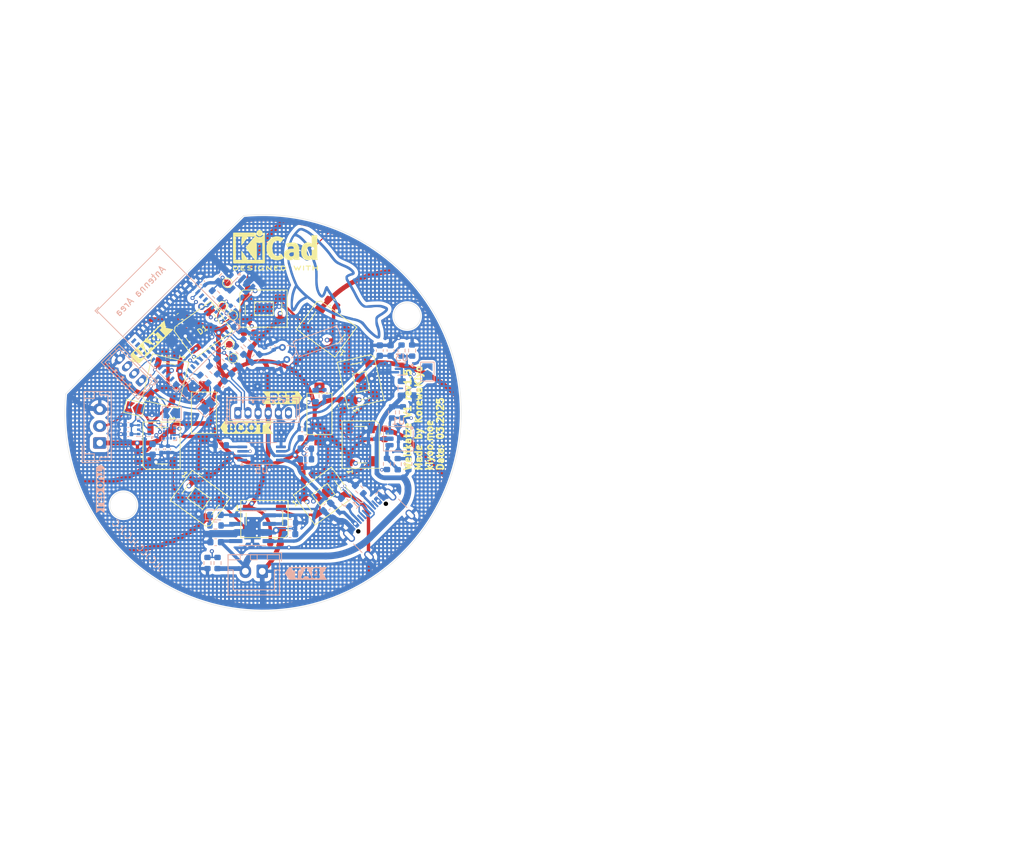
<source format=kicad_pcb>
(kicad_pcb (version 20240108) (generator "pcbnew") (generator_version "8.0")
  (layers (0 "F.Cu" signal) (1 "In1.Cu" signal) (2 "In2.Cu" signal) (3 "In3.Cu" signal) (4 "In4.Cu" signal) (31 "B.Cu" signal) (34 "B.Paste" user) (35 "F.Paste" user) (36 "B.SilkS" user "B.Silkscreen") (37 "F.SilkS" user "F.Silkscreen") (38 "B.Mask" user) (39 "F.Mask" user) (44 "Edge.Cuts" user))
  (net 0 "")
  (net 1 "+5V")
  (net 2 "GND")
  (net 3 "/LEDs/LED_DIN")
  (net 4 "Net-(D2-DOUT)")
  (net 5 "Net-(D3-DOUT)")
  (net 6 "Net-(D4-DOUT)")
  (net 7 "Net-(D5-DOUT)")
  (net 8 "Net-(D6-DOUT)")
  (net 9 "Net-(D7-DOUT)")
  (net 10 "Net-(D8-DOUT)")
  (net 11 "Net-(D10-DIN)")
  (net 12 "Net-(D10-DOUT)")
  (net 13 "Net-(D11-DOUT)")
  (net 14 "/Logic/XTAL_P")
  (net 15 "/Logic/ESP_SCL")
  (net 16 "/Logic/ESP_BOOT")
  (net 17 "/Logic/XTAL_N")
  (net 18 "/Logic/UART_TX")
  (net 19 "/Logic/ESP_SDA")
  (net 20 "+3V3")
  (net 21 "/Logic/UART_RX")
  (net 22 "/Logic/ESP_RST")
  (net 23 "/Power/VBAT_EN")
  (net 24 "Net-(JP9-A)")
  (net 30 "/Power/USB_VBUS")
  (net 31 "/Power/VBUS")
  (net 32 "Net-(C23-Pad2)")
  (net 33 "Net-(C24-Pad2)")
  (net 34 "Net-(C25-Pad2)")
  (net 35 "Net-(D1-K)")
  (net 36 "Net-(J1-CC1)")
  (net 37 "Net-(J1-CC2)")
  (net 38 "Net-(U9-MTMS{slash}GPIO4{slash}ADC1_CH4)")
  (net 39 "Net-(U9-MTDI{slash}GPIO5{slash}ADC1_CH5)")
  (net 40 "Net-(U9-MTCK{slash}GPIO6{slash}ADC1_CH6)")
  (net 41 "Net-(U9-MTDO{slash}GPIO7)")
  (net 42 "Net-(JP6-A)")
  (net 43 "Net-(U1-INA+)")
  (net 44 "Net-(U1-INB-)")
  (net 45 "Net-(U2-~{CHRG})")
  (net 46 "Net-(U2-PROG)")
  (net 47 "Net-(U3-FB)")
  (net 48 "Net-(U5-VSNS)")
  (net 49 "Net-(U5-ILIM)")
  (net 50 "Net-(U9-GPIO8)")
  (net 65 "Net-(U3-SW)")
  (net 66 "/Logic/USBD_P")
  (net 67 "/Logic/USBD_N")
  (net 68 "Net-(U9-GPIO13{slash}USB_D+)")
  (net 69 "Net-(U9-GPIO12{slash}USB_D-)")
  (net 70 "/Logic/VBAT_MON")
  (net 71 "VBAT")
  (footprint "Jumper:SolderJumper-2_P1.3mm_Open_TrianglePad1.0x1.5mm" (layer "F.Cu") (at 135.176297 104.476297 144)
    (property "Reference" "JP4" (hide yes))
    (property "Value" "SolderJumper_2_Open")
  )
  (footprint "LED_SMD:LED_WS2812B_PLCC4_5.0x5.0mm_P3.2mm" (layer "F.Cu") (at 129.652434 96.692028 -90)
    (property "Reference" "D10" (hide yes))
    (property "Value" "WS2812B")
  )
  (footprint "Capacitor_SMD:C_0603_1608Metric" (layer "F.Cu") (at 146.511297 111.096297 180)
    (property "Reference" "C17" (hide yes))
    (property "Value" "10u")
  )
  (footprint "Capacitor_SMD:C_0603_1608Metric" (layer "F.Cu") (at 132.336297 77.576297 36)
    (property "Reference" "C11" (hide yes))
    (property "Value" "10u")
  )
  (footprint "Jumper:SolderJumper-2_P1.3mm_Open_TrianglePad1.0x1.5mm" (layer "F.Cu") (at 125.629879 91.093207 167)
    (property "Reference" "JP5" (hide yes))
    (property "Value" "SolderJumper_2_Open")
  )
  (footprint "TestPoint:TestPoint_Pad_D1.0mm" (layer "F.Cu") (at 139.378422 72.574565)
    (property "Reference" "TP5" (hide yes))
    (property "Value" "3V3")
  )
  (footprint "Capacitor_SMD:C_0603_1608Metric" (layer "F.Cu") (at 162.666297 94.956297 -90)
    (property "Reference" "C15" (hide yes))
    (property "Value" "10u")
  )
  (footprint "LED_SMD:LED_WS2812B_PLCC4_5.0x5.0mm_P3.2mm" (layer "F.Cu") (at 135.392705 104.594896 -36)
    (property "Reference" "D9" (hide yes))
    (property "Value" "WS2812B")
  )
  (footprint "LED_SMD:LED_WS2812B_PLCC4_5.0x5.0mm_P3.2mm" (layer "F.Cu") (at 144.738234 76.401101 180)
    (property "Reference" "D3" (hide yes))
    (property "Value" "WS2812B")
  )
  (footprint "kibuzzard-67C8587C" (layer "F.Cu") (at 142.226297 93.996297)
    (property "Reference" "kibuzzard-67C8587C" (hide yes))
    (property "Value" "G***" (hide yes))
  )
  (footprint "LED_SMD:LED_WS2812B_PLCC4_5.0x5.0mm_P3.2mm" (layer "F.Cu") (at 153.588234 104.141101 36)
    (property "Reference" "D7" (hide yes))
    (property "Value" "WS2812B")
  )
  (footprint "Jumper:SolderJumper-2_P1.3mm_Open_TrianglePad1.0x1.5mm" (layer "F.Cu") (at 144.795 76.38)
    (property "Reference" "JP1" (hide yes))
    (property "Value" "SolderJumper_2_Open")
  )
  (footprint "kibuzzard-67C8594C" (layer "F.Cu") (at 147.576297 89.586297)
    (property "Reference" "kibuzzard-67C8594C" (hide yes))
    (property "Value" "G***" (hide yes))
  )
  (footprint "Capacitor_SMD:C_0603_1608Metric" (layer "F.Cu") (at 151.34 101.42 -144)
    (property "Reference" "C16" (hide yes))
    (property "Value" "10u")
  )
  (footprint "LED_SMD:LED_WS2812B_PLCC4_5.0x5.0mm_P3.2mm" (layer "F.Cu") (at 130.207661 87.132835 -103)
    (property "Reference" "D11" (hide yes))
    (property "Value" "WS2812B")
  )
  (footprint "Capacitor_SMD:C_0603_1608Metric" (layer "F.Cu") (at 130.82116 82.93196 -13)
    (property "Reference" "C20" (hide yes))
    (property "Value" "10u")
  )
  (footprint "TestPoint:TestPoint_Pad_D1.0mm" (layer "F.Cu") (at 140.186297 77.396297)
    (property "Reference" "TP2" (hide yes))
    (property "Value" "MTDI")
  )
  (footprint "LED_SMD:LED_WS2812B_PLCC4_5.0x5.0mm_P3.2mm" (layer "F.Cu") (at 135.726381 79.537702 -144)
    (property "Reference" "D2" (hide yes))
    (property "Value" "WS2812B")
  )
  (footprint "Symbol:KiCad-Logo2_5mm_SilkScreen" (layer "F.Cu") (at 146.5 67.75)
    (property "Reference" "REF**" (hide yes))
    (property "Value" "KiCad-Logo2_5mm_SilkScreen" (hide yes))
  )
  (footprint "TestPoint:TestPoint_Pad_D1.0mm" (layer "F.Cu") (at 139.678422 81.674565)
    (property "Reference" "TP3" (hide yes))
    (property "Value" "MTCK")
  )
  (footprint "Capacitor_SMD:C_0603_1608Metric" (layer "F.Cu") (at 126.076297 98.306297 90)
    (property "Reference" "C19" (hide yes))
    (property "Value" "10u")
  )
  (footprint "LED_SMD:LED_WS2812B_PLCC4_5.0x5.0mm_P3.2mm" (layer "F.Cu") (at 159.11995 87.132835 103)
    (property "Reference" "D5" (hide yes))
    (property "Value" "WS2812B")
  )
  (footprint "Button_Switch_SMD:SW_SPST_CK_RS282G05A3" (layer "F.Cu") (at 153.016297 91.986297 90)
    (property "Reference" "SW2" (hide yes))
    (property "Value" "SW_Push")
  )
  (footprint "Capacitor_SMD:C_0603_1608Metric" (layer "F.Cu") (at 135.79 100.48 -36)
    (property "Reference" "C18" (hide yes))
    (property "Value" "10u")
  )
  (footprint "LED_SMD:LED_WS2812B_PLCC4_5.0x5.0mm_P3.2mm" (layer "F.Cu") (at 154.094241 79.302209 144)
    (property "Reference" "D4" (hide yes))
    (property "Value" "WS2812B")
  )
  (footprint "Capacitor_SMD:C_0603_1608Metric" (layer "F.Cu") (at 142.61 79.96)
    (property "Reference" "C12" (hide yes))
    (property "Value" "10u")
  )
  (footprint "Button_Switch_SMD:SW_SPST_CK_RS282G05A3" (layer "F.Cu") (at 135.916297 91.806297 90)
    (property "Reference" "SW3" (hide yes))
    (property "Value" "SW_Push")
  )
  (footprint "TestPoint:TestPoint_Pad_D1.0mm" (layer "F.Cu") (at 140.25 83.75)
    (property "Reference" "TP4" (hide yes))
    (property "Value" "MTDO")
  )
  (footprint "Capacitor_SMD:C_0603_1608Metric" (layer "F.Cu") (at 156.34 90.68 103)
    (property "Reference" "C14" (hide yes))
    (property "Value" "10u")
  )
  (footprint "Capacitor_SMD:C_0603_1608Metric" (layer "F.Cu") (at 154.926297 75.496297 -36)
    (property "Reference" "C13" (hide yes))
    (property "Value" "10u")
  )
  (footprint "Jumper:SolderJumper-2_P1.3mm_Open_TrianglePad1.0x1.5mm" (layer "F.Cu") (at 159.186297 87.246297 -77)
    (property "Reference" "JP2" (hide yes))
    (property "Value" "SolderJumper_2_Open")
  )
  (footprint "LED_SMD:LED_WS2812B_PLCC4_5.0x5.0mm_P3.2mm" (layer "F.Cu") (at 144.872134 107.539143)
    (property "Reference" "D8" (hide yes))
    (property "Value" "WS2812B")
  )
  (footprint "Jumper:SolderJumper-2_P1.3mm_Open_TrianglePad1.0x1.5mm" (layer "F.Cu") (at 153.626297 103.926297 -144)
    (property "Reference" "JP3" (hide yes))
    (property "Value" "SolderJumper_2_Open")
  )
  (footprint "TestPoint:TestPoint_Pad_D1.0mm" (layer "F.Cu") (at 138.676297 76.026297)
    (property "Reference" "TP1" (hide yes))
    (property "Value" "MTMS")
  )
  (footprint "kibuzzard-67C8753B" (layer "F.Cu") (at 128.016521 81.513479 45)
    (property "Reference" "kibuzzard-67C8753B" (hide yes))
    (property "Value" "G***" (hide yes))
  )
  (footprint "LOGO" (layer "F.Cu") (at 208.09803 109.257388)
    (property "Reference" "G***" (hide yes))
    (property "Value" "LOGO" (hide yes))
  )
  (footprint "LED_SMD:LED_WS2812B_PLCC4_5.0x5.0mm_P3.2mm" (layer "F.Cu") (at 159.121091 96.534534 90)
    (property "Reference" "D6" (hide yes))
    (property "Value" "WS2812B")
  )
  (footprint "Resistor_SMD:R_0603_1608Metric" (layer "B.Cu") (at 151.0193 98.7043 180)
    (property "Reference" "R12" (hide yes))
    (property "Value" "1k")
  )
  (footprint "Package_LGA:LGA-12_2x2mm_P0.5mm" (layer "B.Cu") (at 130.778422 94.829565 -90)
    (property "Reference" "U8" (hide yes))
    (property "Value" "LSM303C")
  )
  (footprint "Package_TO_SOT_SMD:SOT-563" (layer "B.Cu") (at 165.21 85.31 180)
    (property "Reference" "U3")
    (property "Value" "TPS61023DRLR")
  )
  (footprint "Capacitor_SMD:C_0402_1005Metric" (layer "B.Cu") (at 153.766297 88.906297 90)
    (property "Reference" "C25" (hide yes))
    (property "Value" "100n")
  )
  (footprint "Connector_USB:USB_C_Receptacle_HCTL_HC-TYPE-C-16P-01A" (layer "B.Cu") (at 162.65 109.17 -135)
    (property "Reference" "J1")
    (property "Value" "USB_C_Receptacle_USB2.0_14P")
  )
  (footprint "Resistor_SMD:R_0603_1608Metric" (layer "B.Cu") (at 164.61 99.419998 -90)
    (property "Reference" "R6" (hide yes))
    (property "Value" "49.9k")
  )
  (footprint "kibuzzard-67CB1547" (layer "B.Cu") (at 151.02 115.59 180)
    (property "Reference" "kibuzzard-67CB1547" (hide yes))
    (property "Value" "G***" (hide yes))
  )
  (footprint "Connector_JST:JST_ZH_B4B-ZR_1x04_P1.50mm_Vertical" (layer "B.Cu") (at 126.666297 87.046297 135)
    (property "Reference" "J6" (hide yes))
    (property "Value" "UART")
  )
  (footprint "Capacitor_SMD:C_0603_1608Metric" (layer "B.Cu") (at 166.95 88.45 -90)
    (property "Reference" "C5" (hide yes))
    (property "Value" "10u")
  )
  (footprint "Crystal:Crystal_C26-LF_D2.1mm_L6.5mm_Horizontal" (layer "B.Cu") (at 147.531197 82.145652 -70)
    (property "Reference" "Y1" (hide yes))
    (property "Value" "32.768k")
  )
  (footprint "Capacitor_SMD:C_0402_1005Metric" (layer "B.Cu") (at 147.08583 84.798948 110)
    (property "Reference" "C23" (hide yes))
    (property "Value" "12p")
  )
  (footprint "Jumper:SolderJumper-2_P1.3mm_Open_TrianglePad1.0x1.5mm" (layer "B.Cu") (at 169 85.725 90)
    (property "Reference" "REF**" (hide yes))
    (property "Value" "SolderJumper-2_P1.3mm_Open_TrianglePad1.0x1.5mm")
  )
  (footprint "Resistor_SMD:R_0603_1608Metric" (layer "B.Cu") (at 138.39966 84.39966 -45)
    (property "Reference" "R24" (hide yes))
    (property "Value" "0")
  )
  (footprint "Resistor_SMD:R_0603_1608Metric" (layer "B.Cu") (at 138.4043 96.6243 180)
    (property "Reference" "R13" (hide yes))
    (property "Value" "470")
  )
  (footprint "Capacitor_SMD:C_0402_1005Metric" (layer "B.Cu") (at 150.4493 99.9843)
    (property "Reference" "C8" (hide yes))
    (property "Value" "100n")
  )
  (footprint "Resistor_SMD:R_0603_1608Metric" (layer "B.Cu") (at 165.17 82.61 90)
    (property "Reference" "R11" (hide yes))
    (property "Value" "732k")
  )
  (footprint "LED_SMD:LED_0603_1608Metric" (layer "B.Cu") (at 137.6175 106.93)
    (property "Reference" "D1" (hide yes))
    (property "Value" "R")
  )
  (footprint "Capacitor_SMD:C_0603_1608Metric" (layer "B.Cu") (at 154.15 105.76 -135)
    (property "Reference" "C1" (hide yes))
    (property "Value" "10u")
  )
  (footprint "Resistor_SMD:R_0603_1608Metric" (layer "B.Cu") (at 148.665 108.11)
    (property "Reference" "R9" (hide yes))
    (property "Value" "1.5k")
  )
  (footprint "Resistor_SMD:R_0603_1608Metric" (layer "B.Cu") (at 163.01 99.389998 -90)
    (property "Reference" "R7" (hide yes))
    (property "Value" "66.5k")
  )
  (footprint "Resistor_SMD:R_0603_1608Metric" (layer "B.Cu") (at 165.37 91.75 -90)
    (property "Reference" "R5" (hide yes))
    (property "Value" "49.9k" (hide yes))
  )
  (footprint "Capacitor_SMD:C_0402_1005Metric" (layer "B.Cu") (at 124.703422 94.974565 180)
    (property "Reference" "C35" (hide yes))
    (property "Value" "100n")
  )
  (footprint "Resistor_SMD:R_0603_1608Metric" (layer "B.Cu") (at 141.186297 82.576297 135)
    (property "Reference" "R18" (hide yes))
    (property "Value" "0")
  )
  (footprint "Capacitor_SMD:C_0402_1005Metric" (layer "B.Cu") (at 146.08583 82.048948 -70)
    (property "Reference" "C24" (hide yes))
    (property "Value" "12p")
  )
  (footprint "Inductor_SMD:L_0805_2012Metric" (layer "B.Cu") (at 165.2 88.2 90)
    (property "Reference" "L1" (hide yes))
    (property "Value" "470n")
  )
  (footprint "Resistor_SMD:R_0603_1608Metric" (layer "B.Cu") (at 135.928422 86.824565 -45)
    (property "Reference" "R22" (hide yes))
    (property "Value" "10k")
  )
  (footprint "Package_TO_SOT_SMD:SOT-23-5" (layer "B.Cu") (at 141.454508 73.441982 -135)
    (property "Reference" "U6" (hide yes))
    (property "Value" "SPX3819M5-L-3-3" (hide yes))
  )
  (footprint "Capacitor_SMD:C_0402_1005Metric" (layer "B.Cu") (at 140.228422 76.324565 -45)
    (property "Reference" "C26" (hide yes))
    (property "Value" "100n")
  )
  (footprint "Capacitor_SMD:C_0603_1608Metric" (layer "B.Cu") (at 148.67 109.78)
    (property "Reference" "C2" (hide yes))
    (property "Value" "10u")
  )
  (footprint "Resistor_SMD:R_0603_1608Metric" (layer "B.Cu") (at 143.56 83.76 -135)
    (property "Reference" "R17" (hide yes))
    (property "Value" "0")
  )
  (footprint "Capacitor_SMD:C_0603_1608Metric" (layer "B.Cu") (at 128.316297 97.226297 -90)
    (property "Reference" "C32" (hide yes))
    (property "Value" "10u")
  )
  (footprint "lib:SOP127P600X175-9N" (layer "B.Cu") (at 143.11 108.9 180)
    (property "Reference" "U2" (hide yes))
    (property "Value" "TP4056")
  )
  (footprint "PCM_Espressif:ESP32-C6-MINI-1" (layer "B.Cu") (at 130.612305 77.915377 -135)
    (property "Reference" "U9" (hide yes))
    (property "Value" "ESP32-C6-MINI-1/U")
  )
  (footprint "Resistor_SMD:R_0603_1608Metric" (layer "B.Cu") (at 156.85 105.09 135)
    (property "Reference" "R2" (hide yes))
    (property "Value" "5.1k")
  )
  (footprint "Resistor_SMD:R_0603_1608Metric" (layer "B.Cu") (at 137.31966 85.47966 -45)
    (property "Reference" "R23" (hide yes))
    (property "Value" "0")
  )
  (footprint "lib:QFN1610_STM-M" (layer "B.Cu") (at 155.508191 106.931809 -135)
    (property "Reference" "CR1" (hide yes))
    (property "Value" "ESDA25P35-1U1M")
  )
  (footprint "Capacitor_SMD:C_0603_1608Metric" (layer "B.Cu") (at 163.55 82.605 90)
    (property "Reference" "C6" (hide yes))
    (property "Value" "10u")
  )
  (footprint "Package_SO:TSSOP-8_4.4x3mm_P0.65mm" (layer "B.Cu") (at 144.4543 97.8443)
    (property "Reference" "U5")
    (property "Value" "TPS2111APW")
  )
  (footprint "Capacitor_SMD:C_0603_1608Metric" (layer "B.Cu") (at 138.408289 87.644305 45)
    (property "Reference" "C29" (hide yes))
    (property "Value" "100n")
  )
  (footprint "Jumper:SolderJumper-2_P1.3mm_Open_TrianglePad1.0x1.5mm" (layer "B.Cu") (at 131.153422 91.874565 180)
    (property "Reference" "JP9" (hide yes))
    (property "Value" "SolderJumper_2_Open")
  )
  (footprint "Resistor_SMD:R_0603_1608Metric" (layer "B.Cu") (at 166.74 82.6 90)
    (property "Reference" "R10" (hide yes))
    (property "Value" "100k")
  )
  (footprint "Capacitor_SMD:C_0402_1005Metric" (layer "B.Cu") (at 160.76 95.659998 180)
    (property "Reference" "C4" (hide yes))
    (property "Value" "100n")
  )
  (footprint "Kiyo:Blahaj Exposed copper" (layer "B.Cu") (at 151.25 67.5 180)
    (property "Reference" "G***" (hide yes))
    (property "Value" "LOGO" (hide yes))
  )
  (footprint "Resistor_SMD:R_0603_1608Metric" (layer "B.Cu") (at 163.76 91.76 -90)
    (property "Reference" "R4" (hide yes))
    (property "Value" "49.9k" (hide yes))
  )
  (footprint "Package_LGA:Bosch_LGA-8_2x2.5mm_P0.65mm_ClockwisePinNumbering" (layer "B.Cu") (at 127.060922 93.982065 90)
    (property "Reference" "U7" (hide yes))
    (property "Value" "BMP280")
  )
  (footprint "Resistor_SMD:R_0603_1608Metric" (layer "B.Cu") (at 137.9332 114.055 -90)
    (property "Reference" "R15" (hide yes))
    (property "Value" "200k")
  )
  (footprint "Capacitor_SMD:C_0402_1005Metric" (layer "B.Cu") (at 129.603422 97.224565 -90)
    (property "Reference" "C33" (hide yes))
    (property "Value" "100n")
  )
  (footprint "Capacitor_SMD:C_0402_1005Metric" (layer "B.Cu") (at 135.728422 72.574565 -45)
    (property "Reference" "C28" (hide yes))
    (property "Value" "100n")
  )
  (footprint "Capacitor_SMD:C_0603_1608Metric" (layer "B.Cu") (at 140.564305 85.498289 -135)
    (property "Reference" "C30" (hide yes))
    (property "Value" "100n" (hide yes))
  )
  (footprint "Resistor_SMD:R_0603_1608Metric" (layer "B.Cu") (at 151.0043 97.1343)
    (property "Reference" "R14" (hide yes))
    (property "Value" "191")
  )
  (footprint "Capacitor_SMD:C_0402_1005Metric" (layer "B.Cu") (at 124.723422 93.624565 180)
    (property "Reference" "C34" (hide yes))
    (property "Value" "100n")
  )
  (footprint "Connector_JST:JST_XH_B2B-XH-A_1x02_P2.50mm_Vertical" (layer "B.Cu") (at 144.55 115.28 180)
    (property "Reference" "J2" (hide yes))
    (property "Value" "CONN_BAT" (hide yes))
  )
  (footprint "Jumper:SolderJumper-2_P1.3mm_Bridged_Pad1.0x1.5mm" (layer "B.Cu") (at 136.418803 90.784184 -135)
    (property "Reference" "JP6" (hide yes))
    (property "Value" "DBG_UART")
  )
  (footprint "Resistor_SMD:R_0603_1608Metric" (layer "B.Cu") (at 152.446297 89.356297 90)
    (property "Reference" "R20" (hide yes))
    (property "Value" "0")
  )
  (footprint "Resistor_SMD:R_0603_1608Metric" (layer "B.Cu") (at 136.44 114.055 90)
    (property "Reference" "R16" (hide yes))
    (property "Value" "200k")
  )
  (footprint "Capacitor_SMD:C_0603_1608Metric" (layer "B.Cu") (at 161.95 82.605 90)
    (property "Reference" "C7" (hide yes))
    (property "Value" "10u")
  )
  (footprint "Resistor_SMD:R_0603_1608Metric" (layer "B.Cu") (at 158.92 103.17 135)
    (property "Reference" "R1" (hide yes))
    (property "Value" "5.1k")
  )
  (footprint "Capacitor_SMD:C_0402_1005Metric" (layer "B.Cu") (at 150.4643 94.2643 180)
    (property "Reference" "C9" (hide yes))
    (property "Value" "100n")
  )
  (footprint "Capacitor_SMD:C_0603_1608Metric" (layer "B.Cu") (at 151.0143 95.5843)
    (property "Reference" "C10" (hide yes))
    (property "Value" "10u")
  )
  (footprint "Capacitor_SMD:C_0402_1005Metric" (layer "B.Cu") (at 130.603422 97.224565 -90)
    (property "Reference" "C31" (hide yes))
    (property "Value" "100n")
  )
  (footprint "Resistor_SMD:R_0603_1608Metric" (layer "B.Cu") (at 137.625 108.5)
    (property "Reference" "R8" (hide yes))
    (property "Value" "1k")
  )
  (footprint "PCM_Package_TO_SOT_SMD_AKL:TSOT-23-6" (layer "B.Cu") (at 164.7 95.659999 180)
    (property "Reference" "U1")
    (property "Value" "TPS3700DDCR" (hide yes))
  )
  (footprint "Capacitor_SMD:C_0805_2012Metric" (layer "B.Cu") (at 138.900173 71.902814 -135)
    (property "Reference" "C27" (hide yes))
    (property "Value" "22u")
  )
  (footprint "kibuzzard-67CB17AB" (layer "B.Cu") (at 120.57 103.06 90)
    (property "Reference" "kibuzzard-67CB17AB" (hide yes))
    (property "Value" "G***" (hide yes))
  )
  (footprint "Capacitor_SMD:C_0603_1608Metric" (layer "B.Cu") (at 137.65 110.97 180)
    (property "Reference" "C3" (hide yes))
    (property "Value" "10u")
  )
  (footprint "Jumper:SolderJumper-2_P1.3mm_Open_TrianglePad1.0x1.5mm" (layer "B.Cu") (at 133.978422 88.324565 -135)
    (property "Reference" "JP7" (hide yes))
    (property "Value" "SolderJumper_2_Open")
  )
  (footprint "Connector_JST:JST_ZH_B6B-ZR_1x06_P1.50mm_Vertical" (layer "B.Cu") (at 140.936298 91.836297)
    (property "Reference" "J7" (hide yes))
    (property "Value" "ESP_PWR")
  )
  (footprint "Connector_JST:JST_EH_B3B-EH-A_1x03_P2.50mm_Vertical" (layer "B.Cu") (at 120.496297 96.286297 90)
    (property "Reference" "J4" (hide yes))
    (property "Value" "LED_OUT")
  )
  (footprint "Resistor_SMD:R_0603_1608Metric" (layer "B.Cu") (at 166.18 99.404998 90)
    (property "Reference" "R3" (hide yes))
    (property "Value" "604k")
  )
  (footprint "Resistor_SMD:R_0603_1608Metric" (layer "B.Cu") (at 137.728422 74.324565 135)
    (property "Reference" "R21" (hide yes))
    (property "Value" "10k")
  )
  (footprint "Resistor_SMD:R_0603_1608Metric" (layer "B.Cu") (at 142.3 81.52 135)
    (property "Reference" "R19" (hide yes))
    (property "Value" "0")
  )
  (gr_arc (start 142.226297 63.236297) (mid 164.899703 112.187654) (end 116.081675 89.228584) (stroke (width 0.7)) (layer "F.Cu") (net 2))
  (gr_circle (center 144.664327 91.833684) (end 152.326317 91.833684) (stroke (width 0.6)) (fill none) (layer "F.Cu") (net 1))
  (gr_arc (start 142.228267 63.22891) (mid 164.901671 112.180268) (end 116.083645 89.221197) (stroke (width 0.7)) (layer "B.Cu") (net 2))
  (gr_arc (start 141.796297 62.636298) (mid 165.420682 112.551848) (end 115.472336 88.996882) (stroke (width 0.05)) (layer "Edge.Cuts"))
  (gr_line (start 123.906297 80.526297) (end 115.472336 88.996882) (stroke (width 0.05)) (layer "Edge.Cuts"))
  (gr_circle (center 166 77.5) (end 168 77.5) (stroke (width 0.05)) (fill none) (layer "Edge.Cuts"))
  (gr_circle (center 124 105.5) (end 126 105.5) (stroke (width 0.05)) (fill none) (layer "Edge.Cuts"))
  (gr_line (start 123.906297 80.526297) (end 141.796297 62.636297) (stroke (width 0.05)) (layer "Edge.Cuts"))
  (gr_text "JLCJLCJLCJLC\n" (at 129.43 115.56 -45) (layer "B.SilkS") (effects (font (size 1 1) (thickness 0.1)) (justify left bottom mirror)))
  (gr_text "Weltkatze V1 rev1.5\nMade by KorewaKiyo\nkiyoo.moe\nDate: 03.2025" (at 171.5 100.5 90) (layer "F.SilkS") (effects (font (size 1 1) (thickness 0.25) (bold yes)) (justify left bottom)))
  (segment (start 137.473683 79.333807) (end 138.099678 79.959802) (width 0.7) (layer "F.Cu") (net 1))
  (segment (start 131.103646 94.257179) (end 131.016073 94.277574) (width 0.7) (layer "F.Cu") (net 1))
  (segment (start 137.900839 100.361755) (end 140.026297 98.236297) (width 0.7) (layer "F.Cu") (net 1))
  (segment (start 132.368772 86.142817) (end 132.406689 86.430857) (width 0.7) (layer "F.Cu") (net 1))
  (segment (start 149.38588 84.446713) (end 149.016297 84.816297) (width 0.7) (layer "F.Cu") (net 1))
  (segment (start 149.016297 84.816297) (end 148.576297 85.256297) (width 0.7) (layer "F.Cu") (net 1))
  (segment (start 137.3 79.333807) (end 137.473683 79.333807) (width 0.7) (layer "F.Cu") (net 1))
  (segment (start 127.650453 96.286297) (end 126.05 96.286297) (width 0.7) (layer "F.Cu") (net 1))
  (segment (start 150.636297 104.246297) (end 150.636297 101.104063) (width 0.7) (layer "F.Cu") (net 1))
  (segment (start 131.990816 93.406297) (end 136.429607 93.406297) (width 0.7) (layer "F.Cu") (net 1))
  (segment (start 130.862649 94.314332) (end 130.853047 94.314744) (width 0.7) (layer "F.Cu") (net 1))
  (segment (start 138.139323 80.195252) (end 138.073922 80.353157) (width 0.7) (layer "F.Cu") (net 1))
  (segment (start 130.853047 94.314744) (end 129.751972 95.415819) (width 0.7) (layer "F.Cu") (net 1))
  (segment (start 131.338336 93.881502) (end 131.373319 93.751599) (width 0.7) (layer "F.Cu") (net 1))
  (segment (start 146.859245 78.135704) (end 144.927474 80.067474) (width 0.7) (layer "F.Cu") (net 1))
  (segment (start 147.188234 78.051101) (end 147.188234 77.111766) (width 0.7) (layer "F.Cu") (net 1))
  (segment (start 145.436299 91.836296) (end 145.436299 86.035399) (width 0.7) (layer "F.Cu") (net 1))
  (segment (start 126.076297 96.312594) (end 126.05 96.286297) (width 0.5) (layer "F.Cu") (net 1))
  (segment (start 132.366502 85.116798) (end 132.366502 85.65) (width 0.7) (layer "F.Cu") (net 1))
  (segment (start 162.666297 95.731297) (end 160.724328 95.731297) (width 0.5) (layer "F.Cu") (net 1))
  (segment (start 132.593055 86.979894) (end 132.59928 86.994921) (width 0.7) (layer "F.Cu") (net 1))
  (segment (start 132.366502 85.65) (end 132.3701 85.653598) (width 0.7) (layer "F.Cu") (net 1))
  (segment (start 157.471091 98.984534) (end 158.034534 98.984534) (width 0.5) (layer "F.Cu") (net 1))
  (segment (start 132.481878 86.711483) (end 132.593055 86.979894) (width 0.7) (layer "F.Cu") (net 1))
  (segment (start 158.034534 98.984534) (end 158.35 99.3) (width 0.5) (layer "F.Cu") (net 1))
  (segment (start 142.422134 105.820522) (end 142.996328 105.246328) (width 0.5) (layer "F.Cu") (net 1))
  (segment (start 143.385 79.96) (end 144.668009 79.96) (width 0.35) (layer "F.Cu") (net 1))
  (segment (start 155.106486 81.05) (end 154.15 81.05) (width 0.5) (layer "F.Cu") (net 1))
  (segment (start 129.751972 95.415819) (end 129.733226 95.423584) (width 0.7) (layer "F.Cu") (net 1))
  (segment (start 138.073922 80.353157) (end 138.073922 84.084634) (width 0.7) (layer "F.Cu") (net 1))
  (segment (start 126.05 96.286297) (end 120.496297 96.286297) (width 0.7) (layer "F.Cu") (net 1))
  (segment (start 155.106486 81.05) (end 155.106486 82.077161) (width 0.5) (layer "F.Cu") (net 1))
  (segment (start 134.380459 101.819944) (end 134.380459 101.969541) (width 0.7) (layer "F.Cu") (net 1))
  (segment (start 134.380459 101.969541) (end 133.7 102.65) (width 0.7) (layer "F.Cu") (net 1))
  (segment (start 131.016073 94.277574) (end 130.909469 94.314332) (width 0.7) (layer "F.Cu") (net 1))
  (segment (start 138.368407 79.79491) (end 138.286808 79.918858) (width 0.7) (layer "F.Cu") (net 1))
  (segment (start 145.436299 91.836296) (end 145.436299 97.631969) (width 0.7) (layer "F.Cu") (net 1))
  (segment (start 138.286808 79.918858) (end 138.203703 80.063827) (width 0.7) (layer "F.Cu") (net 1))
  (segment (start 131.41184 93.646117) (end 131.470039 93.590525) (width 0.7) (layer "F.Cu") (net 1))
  (segment (start 144.927474 80.067474) (end 143.702069 81.29288) (width 0.7) (layer "F.Cu") (net 1))
  (segment (start 138.203703 80.063827) (end 138.139323 80.195252) (width 0.7) (layer "F.Cu") (net 1))
  (segment (start 138.467619 79.663393) (end 138.368407 79.79491) (width 0.7) (layer "F.Cu") (net 1))
  (segment (start 132.366502 85.997554) (end 132.368772 86.142817) (width 0.7) (layer "F.Cu") (net 1))
  (segment (start 132.366502 85.116798) (end 132.366502 85.997554) (width 0.7) (layer "F.Cu") (net 1))
  (segment (start 147.106042 78.136587) (end 146.966665 78.328435) (width 0.7) (layer "F.Cu") (net 1))
  (segment (start 147.073412 78.162387) (end 146.972612 78.259938) (width 0.7) (layer "F.Cu") (net 1))
  (segment (start 155.106486 76.39863) (end 155.106486 81.05) (width 0.5) (layer "F.Cu") (net 1))
  (segment (start 147.188234 77.111766) (end 147.2 77.1) (width 0.7) (layer "F.Cu") (net 1))
  (segment (start 145.736297 111.096297) (end 145.736297 109.203306) (width 0.5) (layer "F.Cu") (net 1))
  (segment (start 144.664327 100.476011) (end 144.664327 99.7) (width 0.7) (layer "F.Cu") (net 1))
  (segment (start 147.188234 78.051101) (end 147.073412 78.162387) (width 0.7) (layer "F.Cu") (net 1))
  (segment (start 132.59928 86.994921) (end 135.509058 89.904699) (width 0.7) (layer "F.Cu") (net 1))
  (segment (start 156.874687 97.544686) (end 152.346297 93.016297) (width 0.7) (layer "F.Cu") (net 1))
  (segment (start 131.373319 93.751599) (end 131.41184 93.646117) (width 0.7) (layer "F.Cu") (net 1))
  (segment (start 158.891211 89.891211) (end 158.9 89.9) (width 0.7) (layer "F.Cu") (net 1))
  (segment (start 132.366502 85.116798) (end 132.366502 83.896502) (width 0.7) (layer "F.Cu") (net 1))
  (segment (start 158.063369 89.891211) (end 158.891211 89.891211) (width 0.7) (layer "F.Cu") (net 1))
  (segment (start 130.909469 94.314332) (end 130.862649 94.314332) (width 0.7) (layer "F.Cu") (net 1))
  (segment (start 132.406689 86.430857) (end 132.481878 86.711483) (width 0.7) (layer "F.Cu") (net 1))
  (segment (start 158.063369 89.891211) (end 155.416342 89.891211) (width 0.7) (layer "F.Cu") (net 1))
  (segment (start 142.422134 105.889143) (end 142.422134 105.820522) (width 0.5) (layer "F.Cu") (net 1))
  (segment (start 126.076297 97.531297) (end 126.860667 97.531297) (width 0.5) (layer "F.Cu") (net 1))
  (segment (start 131.210464 94.24413) (end 131.103646 94.257179) (width 0.7) (layer "F.Cu") (net 1))
  (segment (start 144.664327 99.7) (end 144.664327 99.495674) (width 0.7) (layer "F.Cu") (net 1))
  (segment (start 150.636297 104.436297) (end 151.2 105) (width 0.7) (layer "F.Cu") (net 1))
  (segment (start 150.636297 104.246297) (end 150.636297 104.436297) (width 0.7) (layer "F.Cu") (net 1))
  (segment (start 129.733226 95.423584) (end 129.61477 95.538881) (width 0.7) (layer "F.Cu") (net 1))
  (segment (start 126.076297 97.531297) (end 126.076297 96.312594) (width 0.5) (layer "F.Cu") (net 1))
  (via (at 152.346297 93.016297) (size 0.7) (drill 0.4) (layers "F.Cu" "B.Cu") (net 1))
  (via (at 144.664327 99.7) (size 0.7) (drill 0.4) (layers "F.Cu" "B.Cu") (net 1))
  (via (at 149.386297 98.086297) (size 0.7) (drill 0.4) (layers "F.Cu" "B.Cu") (net 1))
  (via (at 147.2 77.1) (size 0.7) (drill 0.4) (layers "F.Cu" "B.Cu") (net 1))
  (via (at 126.05 96.286297) (size 0.7) (drill 0.4) (layers "F.Cu" "B.Cu") (net 1))
  (via (at 133.7 102.65) (size 0.7) (drill 0.4) (layers "F.Cu" "B.Cu") (net 1))
  (via (at 151.2 105) (size 0.7) (drill 0.4) (layers "F.Cu" "B.Cu") (net 1))
  (via (at 132.3701 85.653598) (size 0.7) (drill 0.4) (layers "F.Cu" "B.Cu") (net 1))
  (via (at 137.226297 93.736297) (size 0.7) (drill 0.4) (layers "F.Cu" "B.Cu") (net 1))
  (via (at 145.254208 85.595792) (size 0.7) (drill 0.4) (layers "F.Cu" "B.Cu") (net 1))
  (via (at 143.5 73.75) (size 0.7) (drill 0.4) (layers "F.Cu" "B.Cu") (net 1))
  (via (at 140.881297 72.731297) (size 0.7) (drill 0.4) (layers "F.Cu" "B.Cu") (net 1))
  (via (at 158.35 99.3) (size 0.7) (drill 0.4) (layers "F.Cu" "B.Cu") (net 1))
  (via (at 140.026297 98.236297) (size 0.7) (drill 0.4) (layers "F.Cu" "B.Cu") (net 1))
  (via (at 154.15 81.05) (size 0.7) (drill 0.4) (layers "F.Cu" "B.Cu") (net 1))
  (via (at 142.996328 105.246328) (size 0.7) (drill 0.4) (layers "F.Cu" "B.Cu") (net 1))
  (via (at 158.9 89.9) (size 0.7) (drill 0.4) (layers "F.Cu" "B.Cu") (net 1))
  (via (at 138.099678 79.959802) (size 0.7) (drill 0.4) (layers "F.Cu" "B.Cu") (net 1))
  (via (at 149.016297 84.816297) (size 0.7) (drill 0.4) (layers "F.Cu" "B.Cu") (net 1))
  (arc (start 135.509058 89.904699) (mid 136.241878 90.394353) (end 137.106297 90.566297) (width 0.7) (layer "F.Cu") (net 1))
  (arc (start 144.668009 79.96) (mid 144.80843 79.987932) (end 144.927474 80.067474) (width 0.35) (layer "F.Cu") (net 1))
  (arc (start 138.544326 79.432506) (mid 135.523888 78.831704) (end 132.963285 77.120763) (width 0.7) (layer "F.Cu") (net 1))
  (arc (start 155.416342 89.891211) (mid 153.776494 90.217397) (end 152.386297 91.146297) (width 0.7) (layer "F.Cu") (net 1))
  (arc (start 143.702069 81.29288) (mid 142.787464 82.661683) (end 142.466297 84.276297) (width 0.7) (layer "F.Cu") (net 1))
  (arc (start 142.422134 105.889143) (mid 144.0816 103.405577) (end 144.664327 100.476011) (width 0.7) (layer "F.Cu") (net 1))
  (arc (start 145.736297 109.203306) (mid 144.765601 106.859839) (end 142.422134 105.889143) (width 0.5) (layer "F.Cu") (net 1))
  (arc (start 126.860667 97.531297) (mid 127.769745 97.154745) (end 128.146297 96.245667) (width 0.5) (layer "F.Cu") (net 1))
  (arc (start 155.553285 75.951831) (mid 155.23735 76.082695) (end 155.106486 76.39863) (width 0.5) (layer "F.Cu") (net 1))
  (arc (start 136.429607 93.406297) (mid 136.860772 93.492061) (end 137.226297 93.736297) (width 0.7) (layer "F.Cu") (net 1))
  (arc (start 134.380459 101.819944) (mid 136.285675 101.440973) (end 137.900839 100.361755) (width 0.7) (layer "F.Cu") (net 1))
  (arc (start 145.254208 85.595792) (mid 145.23567 85.026769) (end 144.664327 84.171694) (width 0.7) (layer "F.Cu") (net 1))
  (arc (start 150.636297 101.104063) (mid 150.311433 99.47086) (end 149.386297 98.086297) (width 0.7) (layer "F.Cu") (net 1))
  (arc (start 138.073922 84.084634) (mid 138.329233 85.368168) (end 139.056297 86.456297) (width 0.7) (layer "F.Cu") (net 1))
  (arc (start 155.106486 82.077161) (mid 152.010517 82.692988) (end 149.38588 84.446713) (width 0.7) (layer "F.Cu") (net 1))
  (arc (start 145.436299 97.631969) (mid 145.23567 98.640599) (end 144.664327 99.495674) (width 0.7) (layer "F.Cu") (net 1))
  (arc (start 131.470039 93.590525) (mid 131.714262 93.452181) (end 131.990816 93.406297) (width 0.7) (layer "F.Cu") (net 1))
  (arc (start 132.366502 83.896502) (mid 132.135056 83.337743) (end 131.576297 83.106297) (width 0.7) (layer "F.Cu") (net 1))
  (arc (start 129.61477 95.538881) (mid 128.701731 96.094857) (end 127.650453 96.286297) (width 0.7) (layer "F.Cu") (net 1))
  (arc (start 157.471091 98.984534) (mid 157.316091 98.205294) (end 156.874687 97.544686) (width 0.7) (layer "F.Cu") (net 1))
  (arc (start 160.724328 95.731297) (mid 158.423942 96.684148) (end 157.471091 98.984534) (width 0.5) (layer "F.Cu") (net 1))
  (arc (start 145.436299 86.035399) (mid 145.23567 85.026769) (end 145.254208 85.595792) (width 0.7) (layer "F.Cu") (net 1))
  (segment (start 142.930594 73.309399) (end 143.059399 73.309399) (width 0.5) (layer "B.Cu") (net 1))
  (segment (start 142.126297 74.066297) (end 142.126297 74.076297) (width 0.5) (layer "B.Cu") (net 1))
  (segment (start 142.344996 73.894996) (end 142.930594 73.309399) (width 0.5) (layer "B.Cu") (net 1))
  (segment (start 145.436299 91.836296) (end 145.436299 95.919989) (width 0.5) (layer "B.Cu") (net 1))
  (segment (start 142.163696 74.076297) (end 142.344996 73.894996) (width 0.5) (layer "B.Cu") (net 1))
  (segment (start 143.059399 73.309399) (end 143.5 73.75) (width 0.5) (layer "B.Cu") (net 1))
  (segment (start 146.406596 98.169301) (end 147.3753 98.169301) (width 0.35) (layer "B.Cu") (net 1))
  (segment (start 142.126297 74.076297) (end 142.163696 74.076297) (width 0.5) (layer "B.Cu") (net 1))
  (segment (start 140.881297 72.731297) (end 140.836297 72.776297) (width 0.5) (layer "B.Cu") (net 1))
  (segment (start 141.58709 72.025504) (end 140.881297 72.731297) (width 0.5) (layer "B.Cu") (net 1))
  (segment (start 150.237372 95.668521) (end 149.909179 95.996714) (width 0.35) (layer "B.Cu") (net 1))
  (segment (start 140.836297 72.776297) (end 142.126297 74.066297) (width 0.5) (layer "B.Cu") (net 1))
  (segment (start 148.019262 98.169301) (end 147.3753 98.169301) (width 0.35) (layer "B.Cu") (net 1))
  (arc (start 149.2143 97.6743) (mid 148.666012 98.040654) (end 148.019262 98.169301) (width 0.35) (layer "B.Cu") (net 1))
  (arc (start 146.36 98.15) (mid 146.381378 98.164285) (end 146.406596 98.169301) (width 0.35) (layer "B.Cu") (net 1))
  (arc (start 145.436299 95.919989) (mid 145.676361 97.126862) (end 146.36 98.15) (width 0.5) (layer "B.Cu") (net 1))
  (arc (start 149.909179 95.996714) (mid 149.394893 96.766397) (end 149.2143 97.6743) (width 0.35) (layer "B.Cu") (net 1))
  (segment (start 128.984931 88.454193) (end 129.134911 88.381526) (width 0.5) (layer "F.Cu") (net 2))
  (segment (start 128.335136 88.884522) (end 128.495326 88.758965) (width 0.5) (layer "F.Cu") (net 2))
  (segment (start 130.594914 85.75) (end 130.917584 85.75) (width 0.5) (layer "F.Cu") (net 2))
  (segment (start 121.304757 101.916297) (end 117.856297 101.916297) (width 0.7) (layer "F.Cu") (net 2))
  (segment (start 129.307527 88.308061) (end 129.461796 88.251691) (width 0.5) (layer "F.Cu") (net 2))
  (segment (start 129.028422 76.374565) (end 129.028422 76.254172) (width 0.7) (layer "F.Cu") (net 2))
  (segment (start 130.594914 88.094245) (end 132.010845 88.094245) (width 0.5) (layer "F.Cu") (net 2))
  (segment (start 133.072311 95.320562) (end 134.985051 95.320562) (width 0.5) (layer "F.Cu") (net 2))
  (segment (start 128.002434 99.142028) (end 128.770566 99.142028) (width 0.7) (layer "F.Cu") (net 2))
  (segment (start 142.288234 74.751101) (end 142.288234 75.56436) (width 0.5) (layer "F.Cu") (net 2))
  (segment (start 129.99628 88.117422) (end 130.145025 88.097054) (width 0.5) (layer "F.Cu") (net 2))
  (segment (start 135.719848 107.369848) (end 136.412746 107.369848) (width 0.7) (layer "F.Cu") (net 2))
  (segment (start 130.917584 85.75) (end 131.118437 85.549147) (width 0.5) (layer "F.Cu") (net 2))
  (segment (start 159.900706 94.282916) (end 159.903755 94.180053) (width 0.35) (layer "F.Cu") (net 2))
  (segment (start 129.51013 75.80013) (end 116.081675 89.228584) (width 0.7) (layer "F.Cu") (net 2))
  (segment (start 128.822692 88.543243) (end 128.984931 88.454193) (width 0.5) (layer "F.Cu") (net 2))
  (segment (start 159.828621 94.5295) (end 159.887797 94.367982) (width 0.35) (layer "F.Cu") (net 2))
  (segment (start 130.145025 88.097054) (end 130.257257 88.087194) (width 0.5) (layer "F.Cu") (net 2))
  (segment (start 154.236177 98.695277) (end 154.236177 96.263823) (width 0.35) (layer "F.Cu") (net 2))
  (segment (start 157.63 95.75) (end 157.672805 95.747913) (width 0.35) (layer "F.Cu") (net 2))
  (segment (start 142.087946 63.222313) (end 129.51013 75.80013) (width 0.7) (layer "F.Cu") (net 2))
  (segment (start 155.661866 103.930438) (end 156.469904 103.930438) (width 0.5) (layer "F.Cu") (net 2))
  (segment (start 130.594914 85.75) (end 130.594914 88.094245) (width 0.5) (layer "F.Cu") (net 2))
  (segment (start 156.03 92.604429) (end 156.03 93.226914) (width 0.35) (layer "F.Cu") (net 2))
  (segment (start 132.205419 88.094245) (end 132.348677 87.95431) (width 0.5) (layer "F.Cu") (net 2))
  (segment (start 160.771091 94.084534) (end 159.914534 94.084534) (width 0.7) (layer "F.Cu") (net 2))
  (segment (start 128.193697 89.008003) (end 128.335136 88.884522) (width 0.5) (layer "F.Cu") (net 2))
  (segment (start 135.163012 97.524887) (end 135.163012 100.024466) (width 0.35) (layer "F.Cu") (net 2))
  (segment (start 129.644958 88.194976) (end 129.800019 88.155986) (width 0.5) (layer "F.Cu") (net 2))
  (segment (start 129.800019 88.155986) (end 129.99628 88.117422) (width 0.5) (layer "F.Cu") (net 2))
  (segment (start 156.81 95.11) (end 157.32272 95.62272) (width 0.35) (layer "F.Cu") (net 2))
  (segment (start 128.648311 88.651965) (end 128.822692 88.543243) (width 0.5) (layer "F.Cu") (net 2))
  (segment (start 146.521499 64.531095) (end 147.646297 63.406297) (width 0.7) (layer "F.Cu") (net 2))
  (segment (start 128.495326 88.758965) (end 128.648311 88.651965) (width 0.5) (layer "F.Cu") (net 2))
  (segment (start 159.887797 94.367982) (end 159.900706 94.282916) (width 0.35) (layer "F.Cu") (net 2))
  (segment (start 153.081996 76.527257) (end 154.718369 74.890884) (width 0.7) (layer "F.Cu") (net 2))
  (segment (start 130.594914 83.157206) (end 130.594914 85.75) (width 0.5) (layer "F.Cu") (net 2))
  (segment (start 129.461796 88.251691) (end 129.644958 88.194976) (width 0.5) (layer "F.Cu") (net 2))
  (segment (start 159.914534 94.084534) (end 159.906297 94.076297) (width 0.7) (layer "F.Cu") (net 2))
  (segment (start 135.941804 95.767553) (end 137.049338 95.767553) (width 0.5) (layer "F.Cu") (net 2))
  (segment (start 146.596297 109.21) (end 147.301277 109.21) (width 0.7) (layer "F.Cu") (net 2))
  (segment (start 167.127406 96.717406) (end 171.766297 101.356297) (width 0.7) (layer "F.Cu") (net 2))
  (segment (start 135.678872 95.504621) (end 135.941804 95.767553) (width 0.5) (layer "F.Cu") (net 2))
  (segment (start 131.446156 78.294984) (end 131.709309 78.031831) (width 0.2) (layer "F.Cu") (net 2))
  (segment (start 141.23 79.96) (end 141.23 77.305903) (width 0.35) (layer "F.Cu") (net 2))
  (segment (start 126.076297 99.081297) (end 127.941703 99.081297) (width 0.5) (layer "F.Cu") (net 2))
  (segment (start 129.134911 88.381526) (end 129.307527 88.308061) (width 0.5) (layer "F.Cu") (net 2))
  (segment (start 159.903755 94.180053) (end 159.906297 94.076297) (width 0.35) (layer "F.Cu") (net 2))
  (segment (start 131.696544 78.026543) (end 128.042809 78.026543) (width 0.7) (layer "F.Cu") (net 2))
  (segment (start 141.835 79.96) (end 141.23 79.96) (width 0.35) (layer "F.Cu") (net 2))
  (segment (start 152 67.5) (end 154.146446 65.353554) (width 0.165) (layer "F.Cu") (net 2))
  (segment (start 137.049338 95.767553) (end 135.903421 95.767553) (width 0.35) (layer "F.Cu") (net 2))
  (segment (start 160.276297 107.772031) (end 160.276297 115.766297) (width 0.5) (layer "F.Cu") (net 2))
  (segment (start 160.176531 84.374459) (end 161.593635 84.374459) (width 0.7) (layer "F.Cu") (net 2))
  (segment (start 159.273052 95.085069) (end 159.828621 94.5295) (width 0.35) (layer "F.Cu") (net 2))
  (segment (start 135.903421 95.767553) (end 135.635606 96.035368) (width 0.35) (layer "F.Cu") (net 2))
  (segment (start 135.14 106.79) (end 135.719848 107.369848) (width 0.7) (layer "F.Cu") (net 2))
  (segment (start 124.54934 87.69934) (end 121.226297 84.376297) (width 0.7) (layer "F.Cu") (net 2))
  (segment (start 153.016297 95.886297) (end 153.858651 95.886297) (width 0.5) (layer "F.Cu") (net 2))
  (segment (start 153.858651 95.886297) (end 154.236177 96.263823) (width 0.5) (layer "F.Cu") (net 2))
  (segment (start 132.704466 88.813262) (end 133.46577 89.574565) (width 0.7) (layer "F.Cu") (net 2))
  (via (at 160.75 86.75) (size 1) (drill 0.5) (layers "F.Cu" "B.Cu") (net 2))
  (via (at 128.228422 92.174565) (size 0.6) (drill 0.3) (layers "F.Cu" "B.Cu") (net 2))
  (via (at 137.1 80.6) (size 0.7) (drill 0.4) (layers "F.Cu" "B.Cu") (net 2))
  (via (at 137.049338 95.767553) (size 1) (drill 0.5) (layers "F.Cu" "B.Cu") (net 2))
  (via (at 127.078422 95.274565) (size 0.6) (drill 0.3) (layers "F.Cu" "B.Cu") (net 2))
  (via (at 148.5 111.75) (size 0.6) (drill 0.3) (layers "F.Cu" "B.Cu") (net 2))
  (via (at 127.925299 77.491113) (size 0.6) (drill 0.3) (layers "F.Cu" "B.Cu") (net 2))
  (via (at 154.236177 96.263823) (size 1) (drill 0.5) (layers "F.Cu" "B.Cu") (net 2))
  (via (at 141.9 104.95) (size 0.7) (drill 0.4) (layers "F.Cu" "B.Cu") (net 2))
  (via (at 127.359614 78.056798) (size 0.6) (drill 0.3) (layers "F.Cu" "B.Cu") (net 2))
  (via (at 143.75 107.75) (size 0.6) (drill 0.3) (layers "F.Cu" "B.Cu") (net 2))
  (via (at 151.4 93.25) (size 0.7) (drill 0.4) (layers "F.Cu" "B.Cu") (net 2))
  (via (at 163.3 84.463505) (size 0.5) (drill 0.3) (layers "F.Cu" "B.Cu") (net 2))
  (via (at 125.662558 79.753855) (size 0.6) (drill 0.3) (layers "F.Cu" "B.Cu") (net 2))
  (via (at 138.1 93.4) (size 0.7) (drill 0.4) (layers "F.Cu" "B.Cu") (net 2))
  (via (at 130.753726 74.662686) (size 0.6) (drill 0.3) (layers "F.Cu" "B.Cu") (net 2))
  (via (at 128.806297 99.106297) (size 1) (drill 0.5) (layers "F.Cu" "B.Cu") (net 2))
  (via (at 133.2286 72.117101) (size 0.6) (drill 0.3) (layers "F.Cu" "B.Cu") (net 2))
  (via (at 133.796493 81.342636) (size 0.6) (drill 0.3) (layers "F.Cu" "B.Cu") (net 2))
  (via (at 128.616297 89.896297) (size 1) (drill 0.5) (layers "F.Cu" "B.Cu") (net 2))
  (via (at 139.603422 71.199565) (size 0.6) (drill 0.3) (layers "F.Cu" "B.Cu") (net 2))
  (via (at 131.319412 74.097) (size 0.6) (drill 0.3) (layers "F.Cu" "B.Cu") (net 2))
  (via (at 128.878422 95.124565) (size 0.6) (drill 0.3) (layers "F.Cu" "B.Cu") (net 2))
  (via (at 159.4 99) (size 0.7) (drill 0.4) (layers "F.Cu" "B.Cu") (net 2))
  (via (at 140.2 99.35) (size 0.7) (drill 0.4) (layers "F.Cu" "B.Cu") (net 2))
  (via (at 133.46577 89.574565) (size 0.6) (drill 0.3) (layers "F.Cu" "B.Cu") (net 2))
  (via (at 153.2 80.95) (size 0.7) (drill 0.4) (layers "F.Cu" "B.Cu") (net 2))
  (via (at 143.5 98.25) (size 0.6) (drill 0.3) (layers "F.Cu" "B.Cu") (net 2))
  (via (at 143.85 87.9) (size 0.5) (drill 0.3) (layers "F.Cu" "B.Cu") (net 2))
  (via (at 147.3753 94.75) (size 0.5) (drill 0.3) (layers "F.Cu" "B.Cu") (net 2))
  (via (at 132.348677 87.95431) (size 0.6) (drill 0.3) (layers "F.Cu" "B.Cu") (net 2))
  (via (at 142.5 107.75) (size 0.6) (drill 0.3) (layers "F.Cu" "B.Cu") (net 2))
  (via (at 126.228243 79.188169) (size 0.6) (drill 0.3) (layers "F.Cu" "B.Cu") (net 2))
  (via (at 135.14 106.79) (size 1) (drill 0.5) (layers "F.Cu" "B.Cu") (net 2))
  (via (at 124.75 97.1) (size 0.7) (drill 0.4) (layers "F.Cu" "B.Cu") (net 2))
  (via (at 150.72476 97.82524) (size 0.7) (drill 0.4) (layers "F.Cu" "B.Cu") (net 2))
  (via (at 130.328422 77.674565) (size 0.6) (drill 0.3) (layers "F.Cu" "B.Cu") (net 2))
  (via (at 152.12615 104.90571) (size 0.7) (drill 0.4) (layers "F.Cu" "B.Cu") (net 2))
  (via (at 139.278422 77.084565) (size 0.6) (drill 0.3) (layers "F.Cu" "B.Cu") (net 2))
  (via (at 142.65863 71.5) (size 0.6) (drill 0.3) (layers "F.Cu" "B.Cu") (net 2))
  (via (at 130.188041 75.228371) (size 0.6) (drill 0.3) (layers "F.Cu" "B.Cu") (net 2))
  (via (at 135.389011 72.235154) (size 0.6) (drill 0.3) (layers "F.Cu" "B.Cu") (net 2))
  (via (at 164.75 80.75) (size 0.6) (drill 0.3) (layers "F.Cu" "B.Cu") (net 2))
  (via (at 132.55 102) (size 0.7) (drill 0.4) (layers "F.Cu" "B.Cu") (net 2))
  (via (at 132.450783 72.96563) (size 0.6) (drill 0.3) (layers "F.Cu" "B.Cu") (net 2))
  (via (at 123.628422 94.974565) (size 0.6) (drill 0.3) (layers "F.Cu" "B.Cu") (net 2))
  (via (at 143.75 110) (size 0.6) (drill 0.3) (layers "F.Cu" "B.Cu") (net 2))
  (via (at 129.028422 76.374565) (size 0.6) (drill 0.3) (layers "F.Cu" "B.Cu") (net 2))
  (via (at 143 111.25) (size 0.6) (drill 0.3) (layers "F.Cu" "B.Cu") (net 2))
  (via (at 164.25 103) (size 0.6) (drill 0.3) (layers "F.Cu" "B.Cu") (net 2))
  (via (at 159.85 89.65) (size 0.7) (drill 0.4) (layers "F.Cu" "B.Cu") (net 2))
  (via (at 133.163464 80.466536) (size 1) (drill 0.5) (layers "F.Cu" "B.Cu") (net 2))
  (via (at 123.628422 93.574565) (size 0.6) (drill 0.3) (layers "F.Cu" "B.Cu") (net 2))
  (via (at 146.596297 109.21) (size 1) (drill 0.5) (layers "F.Cu" "B.Cu") (net 2))
  (via (at 126.793928 78.622484) (size 0.6) (drill 0.3) (layers "F.Cu" "B.Cu") (net 2))
  (via (at 143.75 109) (size 0.6) (drill 0.3) (layers "F.Cu" "B.Cu") (net 2))
  (via (at 131.118437 85.549147) (size 0.7) (drill 0.4) (layers "F.Cu" "B.Cu") (net 2))
  (via (at 142.236297 75.616297) (size 1) (drill 0.5) (layers "F.Cu" "B.Cu") (net 2))
  (via (at 144.4 85.7) (size 0.7) (drill 0.4) (layers "F.Cu" "B.Cu") (net 2))
  (via (at 129.7 98.45) (size 0.6) (drill 0.3) (layers "F.Cu" "B.Cu") (net 2))
  (via (at 162.25 100.25) (size 0.5) (drill 0.3) (layers "F.Cu" "B.Cu") (net 2))
  (via (at 132.478422 95.074565) (size 0.6) (drill 0.3) (layers "F.Cu" "B.Cu") (net 2))
  (via (at 132.521493 82.617637) (size 0.6) (drill 0.3) (layers "F.Cu" "B.Cu") (net 2))
  (via (at 155.661866 103.930438) (size 1) (drill 0.5) (layers "F.Cu" "B.Cu") (net 2))
  (via (at 164.673989 94.976011) (size 0.5) (drill 0.3) (layers "F.Cu" "B.Cu") (net 2))
  (via (at 147.05 76.1) (size 0.7) (drill 0.4) (layers "F.Cu" "B.Cu") (net 2))
  (via (at 131.885097 73.531315) (size 0.6) (drill 0.3) (layers "F.Cu" "B.Cu") (net 2))
  (via (at 145.6 100.25) (size 0.7) (drill 0.4) (layers "F.Cu" "B.Cu") (net 2))
  (via (at 131.124957 78.428029) (size 0.6) (drill 0.3) (layers "F.Cu" "B.Cu") (net 2))
  (via (at 124.814029 80.531672) (size 0.6) (drill 0.3) (layers "F.Cu" "B.Cu") (net 2))
  (via (at 149.9 85.2) (size 0.7) (drill 0.4) (layers "F.Cu" "B.Cu") (net 2))
  (via (at 150.6 108.5) (size 0.5) (drill 0.3) (layers "F.Cu" "B.Cu") (net 2))
  (via (at 159.906297 94.076297) (size 1) (drill 0.5) (layers "F.Cu" "B.Cu") (net 2))
  (via (at 134.736297 75.416297) (size 0.6) (drill 0.3) (layers "F.Cu" "B.Cu") (net 2))
  (arc (start 142.288234 75.56436) (mid 142.273022 75.601085) (end 142.236297 75.616297) (width 0.5) (layer "F.Cu") (net 2))
  (arc (start 130.257257 88.087194) (mid 130.299469 88.085213) (end 130.341696 88.083228) (width 0.5) (layer "F.Cu") (net 2))
  (arc (start 128.04882 89.32882) (mid 128.21503 89.730087) (end 128.616297 89.896297) (width 0.5) (layer "F.Cu") (net 2))
  (arc (start 160.771091 94.084534) (mid 164.211104 94.768795) (end 167.127406 96.717406) (width 0.7) (layer "F.Cu") (net 2))
  (arc (start 147.322134 109.189143) (mid 146.712249 112.255243) (end 144.975443 114.854557) (width 0.7) (layer "F.Cu") (net 2))
  (arc (start 132.348677 87.95431) (mid 132.441144 88.419171) (end 132.704466 88.813262) (width 0.7) (layer "F.Cu") (net 2))
  (arc (start 151.966988 100.964466) (mid 153.571547 100.299836) (end 154.236177 98.695277) (width 0.35) (layer "F.Cu") (net 2))
  (arc (start 134.985051 95.320562) (mid 135.345428 95.360981) (end 135.678872 95.504621) (width 0.5) (layer "F.Cu") (net 2))
  (arc (start 142.288234 74.751101) (mid 143.388424 69.220074) (end 146.521499 64.531095) (width 0.7) (layer "F.Cu") (net 2))
  (arc (start 156.514337 91.435137) (mid 156.155875 91.971613) (end 156.03 92.604429) (width 0.35) (layer "F.Cu") (net 2))
  (arc (start 128.770566 99.142028) (mid 128.795832 99.131563) (end 128.806297 99.106297) (width 0.7) (layer "F.Cu") (net 2))
  (arc (start 157.672805 95.747913) (mid 158.538852 95.575645) (end 159.273052 95.085069) (width 0.35) (layer "F.Cu") (net 2))
  (arc (start 132.478422 95.074565) (mid 132.750901 95.256629) (end 133.072311 95.320562) (width 0.5) (layer "F.Cu") (net 2))
  (arc (start 156.03 93.226914) (mid 156.232716 94.246032) (end 156.81 95.11) (width 0.35) (layer "F.Cu") (net 2))
  (arc (start 132.010845 88.094245) (mid 132.193678 88.057877) (end 132.348677 87.95431) (width 0.5) (layer "F.Cu") (net 2))
  (arc (start 154.146446 65.353554) (mid 154.53806 65.091886) (end 155 65) (width 0.165) (layer "F.Cu") (net 2))
  (arc (start 135.635606 96.035368) (mid 135.284471 96.74387) (end 135.163012 97.524887) (width 0.35) (layer "F.Cu") (net 2))
  (arc (start 154.718369 74.890884) (mid 159.154052 71.927055) (end 164.386297 70.886297) (width 0.7) (layer "F.Cu") (net 2))
  (arc (start 157.32272 95.62272) (mid 157.463701 95.716921) (end 157.63 95.75) (width 0.35) (layer "F.Cu") (net 2))
  (arc (start 130.227701 82.789993) (mid 130.48736 82.897547) (end 130.594914 83.157206) (width 0.5) (layer "F.Cu") (net 2))
  (arc (start 128.042809 78.026543) (mid 127.38985 78.156425) (end 126.836297 78.526297) (width 0.7) (layer "F.Cu") (net 2))
  (arc (start 128.002434 99.142028) (mid 124.929514 101.195288) (end 121.304757 101.916297) (width 0.7) (layer "F.Cu") (net 2))
  (arc (start 128.04882 89.148872) (mid 126.154915 88.772151) (end 124.54934 87.69934) (width 0.7) (layer "F.Cu") (net 2))
  (arc (start 130.341696 88.083228) (mid 130.468494 88.084645) (end 130.594914 88.094245) (width 0.5) (layer "F.Cu") (net 2))
  (arc (start 141.23 77.305903) (mid 141.505026 75.923254) (end 142.288234 74.751101) (width 0.35) (layer "F.Cu") (net 2))
  (arc (start 136.404951 107.369848) (mid 131.236156 110.823527) (end 125.139147 112.036297) (width 0.7) (layer "F.Cu") (net 2))
  (arc (start 131.124957 78.428029) (mid 131.298789 78.393452) (end 131.446156 78.294984) (width 0.2) (layer "F.Cu") (net 2))
  (arc (start 161.593635 84.374459) (mid 167.867538 85.622416) (end 173.186297 89.176297) (width 0.7) (layer "F.Cu") (net 2))
  (arc (start 156.540171 104.035905) (mid 159.182011 105.130191) (end 160.276297 107.772031) (width 0.5) (layer "F.Cu") (net 2))
  (segment (start 142.65863 72.23786) (end 142.258842 72.637648) (width 0.5) (layer "B.Cu") (net 2))
  (segment (start 154.207893 106.913908) (end 153.601992 106.308008) (width 0.7) (layer "B.Cu") (net 2))
  (segment (start 138.611803 79.156365) (end 138.429268 79.244154) (width 0.2) (layer "B.Cu") (net 2))
  (segment (start 139.381008 78.618006) (end 139.243507 78.738044) (width 0.2) (layer "B.Cu") (net 2))
  (segment (start 126.727115 94.089454) (end 126.727115 93.920567) (width 0.2) (layer "B.Cu") (net 2))
  (segment (start 144.55 115.28) (end 144.55 120.09) (width 0.7) (layer "B.Cu") (net 2))
  (segment (start 151.39 91.01) (end 152.580804 91.01) (width 0.35) (layer "B.Cu") (net 2))
  (segment (start 155.14 107.3) (end 155.224723 107.38163) (width 0.7) (layer "B.Cu") (net 2))
  (segment (start 127.078422 94.825877) (end 126.996454 94.739782) (width 0.2) (layer "B.Cu") (net 2))
  (segment (start 153.611641 90.097473) (end 153.553183 90.205076) (width 0.35) (layer "B.Cu") (net 2))
  (segment (start 143.5 98.169301) (end 143.5 98.25) (width 0.35) (layer "B.Cu") (net 2))
  (segment (start 147.3753 96.869301) (end 147.3753 94.75) (width 0.35) (layer "B.Cu") (net 2))
  (segment (start 148.996569 90.542345) (end 148.712162 90.579787) (width 0.35) (layer "B.Cu") (net 2))
  (segment (start 150.281727 97.091874) (end 151.7893 95.5843) (width 0.35) (layer "B.Cu") (net 2))
  (segment (start 162.982455 104.216377) (end 162.745001 104.263602) (width 0.7) (layer "B.Cu") (net 2))
  (segment (start 145.585 109.535) (end 144.643025 109.535) (width 1) (layer "B.Cu") (net 2))
  (segment (start 132.521493 82.617637) (end 133.796493 81.342637) (width 0.2) (layer "B.Cu") (net 2))
  (segment (start 163.01 100.214998) (end 162.285002 100.214998) (width 0.35) (layer "B.Cu") (net 2))
  (segment (start 131.542069 95.104565) (end 131.053422 95.104565) (width 0.2) (layer "B.Cu") (net 2))
  (segment (start 150.766286 97.915623) (end 150.72476 97.82524) (width 0.35) (layer "B.Cu") (net 2))
  (segment (start 135.389011 72.431565) (end 134.430682 73.389894) (width 0.2) (layer "B.Cu") (net 2))
  (segment (start 156.535923 107.785484) (end 156.746502 107.872713) (width 0.7) (layer "B.Cu") (net 2))
  (segment (start 143.695529 90.150779) (end 143.63175 89.955028) (width 0.5) (layer "B.Cu") (net 2))
  (segment (start 155.879685 107.723089) (end 155.958528 107.737342) (width 0.7) (layer "B.Cu") (net 2))
  (segment (start 144.611949 107.398051) (end 143.11 108.9) (width 0.5) (layer "B.Cu") (net 2))
  (segment (start 156.198406 107.738406) (end 156.312372 107.741015) (width 0.7) (layer "B.Cu") (net 2))
  (segment (start 141.5333 98.169301) (end 140.080699 98.169301) (width 0.35) (layer "B.Cu") (net 2))
  (segment (start 126.733232 93.9058) (end 126.775225 93.832113) (width 0.2) (layer "B.Cu") (net 2))
  (segment (start 150.540297 97.513454) (end 150.19214 97.165297) (width 0.35) (layer "B.Cu") (net 2))
  (segment (start 129.728422 79.824565) (end 131.124957 78.428029) (width 0.2) (layer "B.Cu") (net 2))
  (segment (start 157.603732 109.726132) (end 157.696377 109.502455) (width 0.7) (layer "B.Cu") (net 2))
  (segment (start 135.314565 79.824565) (end 133.918029 78.428029) (width 0.2) (layer "B.Cu") (net 2))
  (segment (start 156.312372 107.741015) (end 156.535923 107.785484) (width 0.7) (layer "B.Cu") (net 2))
  (segment (start 143.865471 90.887839) (end 143.817509 90.629103) (width 0.5) (layer "B.Cu") (net 2))
  (segment (start 136.875 109.535) (end 140.635 109.535) (width 0.7) (layer "B.Cu") (net 2))
  (segment (start 143.472033 89.564123) (end 142.706218 88.798308) (width 0.5) (layer "B.Cu") (net 2))
  (segment (start 133.163464 80.466536) (end 132.521493 79.824565) (width 0.2) (layer "B.Cu") (net 2))
  (segment (start 157.469228 109.927437) (end 157.603732 109.726132) (width 0.7) (layer "B.Cu") (net 2))
  (segment (start 131.124957 81.221101) (end 129.728422 79.824565) (width 0.2) (layer "B.Cu") (net 2))
  (segment (start 156.0322 107.738406) (end 156.198406 107.738406) (width 0.7) (layer "B.Cu") (net 2))
  (segment (start 164.833463 95.135485) (end 164.833463 95.247617) (width 0.35) (layer "B.Cu") (net 2))
  (segment (start 140.567833 76.663976) (end 140.567833 77.036208) (width 0.2) (layer "B.Cu") (net 2))
  (segment (start 150.582292 97.57131) (end 150.540297 97.513454) (width 0.35) (layer "B.Cu") (net 2))
  (segment (start 143.578209 89.810138) (end 143.534525 89.702809) (width 0.5) (layer "B.Cu") (net 2))
  (segment (start 163.206132 104.123732) (end 162.982455 104.216377) (width 0.7) (layer "B.Cu") (net 2))
  (segment (start 131.124957 78.428029) (end 132.521493 79.824565) (width 0.2) (layer "B.Cu") (net 2))
  (segment (start 132.236668 87.95431) (end 131.814387 87.532029) (width 0.2) (layer "B.Cu") (net 2))
  (segment (start 143.920672 91.35376) (end 143.898834 91.128311) (width 0.5) (layer "B.Cu") (net 2))
  (segment (start 139.551077 71.142794) (end 139.534638 71.124638) (width 1) (layer "B.Cu") (net 2))
  (segment (start 126.388036 93.134179) (end 126.260922 93.007065) (width 0.2) (layer "B.Cu") (net 2))
  (segment (start 150.91423 98.488326) (end 150.890254 98.332066) (width 0.35) (layer "B.Cu") (net 2))
  (segment (start 153.553183 90.205076) (end 153.553183 90.226775) (width 0.35) (layer "B.Cu") (net 2))
  (segment (start 155.224723 107.38163) (end 155.327211 107.465697) (width 0.7) (layer "B.Cu") (net 2))
  (segment (start 139.534638 71.124638) (end 136.920717 68.510717) (width 1) (layer "B.Cu") (net 2))
  (segment (start 129.05667 76.359742) (end 131.124957 78.428029) (width 0.5) (layer "B.Cu") (net 2))
  (segment (start 141.576975 109.535) (end 140.635 109.535) (width 1) (layer "B.Cu") (net 2))
  (segment (start 164.673989 94.976011) (end 164.833463 95.135485) (width 0.35) (layer "B.Cu") (net 2))
  (segment (start 128.316297 98.001297) (end 128.316297 98.616297) (width 0.165) (layer "B.Cu") (net 2))
  (segment (start 138.429268 79.244154) (end 138.265322 79.311806) (width 0.2) (layer "B.Cu") (net 2))
  (segment (start 143.898834 91.128311) (end 143.865471 90.887839) (width 0.5) (layer "B.Cu") (net 2))
  (segment (start 139.571924 71.231063) (end 139.571011 71.21245) (width 1) (layer "B.Cu") (net 2))
  (segment (start 167.4 95.45) (end 167.4 93.05) (width 0.35) (layer "B.Cu") (net 2))
  (segment (start 153.527889 90.266141) (end 152.927733 90.866297) (width 0.35) (layer "B.Cu") (net 2))
  (segment (start 150.695765 97.762131) (end 150.633975 97.651321) (width 0.35) (layer "B.Cu") (net 2))
  (segment (start 144.5 72.75) (end 142.25 70.5) (width 1) (layer "B.Cu") (net 2))
  (segment (start 150.72476 97.82524) (end 150.695765 97.762131) (width 0.35) (layer "B.Cu") (net 2))
  (segment (start 156.746502 107.872713) (end 156.936018 107.999348) (width 0.7) (layer "B.Cu") (net 2))
  (segment (start 138.249058 81.026647) (end 137.7512 80.528789) (width 0.2) (layer "B.Cu") (net 2))
  (segment (start 157.696377 109.502455) (end 157.743602 109.265001) (width 0.7) (layer "B.Cu") (net 2))
  (segment (start 136.728422 79.824565) (end 135.314565 79.824565) (width 0.2) (layer "B.Cu") (net 2))
  (segment (start 157.018455 108.078082) (end 157.738789 108.798415) (width 0.7) (layer "B.Cu") (net 2))
  (segment (start 164.47 85.81) (end 163.1 85.81) (width 0.35) (layer "B.Cu") (net 2))
  (segment (start 153.750428 89.64445) (end 153.728671 89.762637) (width 0.35) (layer "B.Cu") (net 2))
  (segment (start 126.864418 94.542155) (end 126.773473 94.322566) (width 0.2) (layer "B.Cu") (net 2))
  (segment (start 162.278769 104.273286) (end 161.932203 103.92672) (width 0.5) (layer "B.Cu") (net 2))
  (segment (start 131.028422 95.130723) (end 131.028422 95.592065) (width 0.2) (layer "B.Cu") (net 2))
  (segment (start 172.9 87.55) (end 172.9 86.7) (width 0.35) (layer "B.Cu") (net 2))
  (segment (start 153.651959 90.008357) (end 153.611641 90.097473) (width 0.35) (layer "B.Cu") (net 2))
  (segment (start 132.466351 95.079565) (end 132.478422 95.074565) (width 0.2) (layer "B.Cu") (net 2))
  (segment (start 129.05667 76.359742) (end 133.2286 72.187812) (width 0.5) (layer "B.Cu") (net 2))
  (segment (start 148.712162 90.579787) (end 148.58895 90.582611) (width 0.35) (layer "B.Cu") (net 2))
  (segment (start 147.3753 94.75) (end 147.3753 92.896141) (width 0.35) (layer "B.Cu") (net 2))
  (segment (start 146.75 108.95) (end 148.65 108.95) (width 0.2) (layer "B.Cu") (net 2))
  (segment (start 142.089916 63.214926) (end 116.083645 89.221197) (width 0.7) (layer "B.Cu") (net 2))
  (segment (start 116.083645 89.221197) (end 116.488775 89.626327) (width 0.7) (layer "B.Cu") (net 2))
  (segment (start 133.918029 78.428029) (end 132.521493 79.824565) (width 0.2) (layer "B.Cu") (net 2))
  (segment (start 155.776522 107.695953) (end 155.879685 107.723089) (width 0.7) (layer "B.Cu") (net 2))
  (segment (start 132.521493 79.824565) (end 131.124957 81.221101) (width 0.2) (layer "B.Cu") (net 2))
  (segment (start 129.7 98.45) (end 129.251297 98.001297) (width 0.165) (layer "B.Cu") (net 2))
  (segment (start 149.14 90.54) (end 148.996569 90.542345) (width 0.35) (layer "B.Cu") (net 2))
  (segment (start 126.720922 93.633911) (end 126.720922 93.272065) (width 0.2) (layer "B.Cu") (net 2))
  (segment (start 145.585 106.995) (end 149.49 106.995) (width 0.5) (layer "B.Cu") (net 2))
  (segment (start 136.920717 68.510717) (end 136.927003 68.495541) (width 1) (layer "B.Cu") (net 2))
  (segment (start 126.996454 94.739782) (end 126.864418 94.542155) (width 0.2) (layer "B.Cu") (net 2))
  (segment (start 124.566541 80.77916) (end 124.814029 80.531672) (width 0.5) (layer "B.Cu") (net 2))
  (segment (start 150.9293 99.9843) (end 150.9293 98.783964) (width 0.35) (layer "B.Cu") (net 2))
  (segment (start 126.727115 93.920567) (end 126.733232 93.9058) (width 0.2) (layer "B.Cu") (net 2))
  (segment (start 132.348677 87.95431) (end 132.236668 87.95431) (width 0.2) (layer "B.Cu") (net 2))
  (segment (start 129.251297 98.001297) (end 128.316297 98.001297) (width 0.165) (layer "B.Cu") (net 2))
  (segment (start 155.540513 107.599336) (end 155.64326 107.647115) (width 0.7) (layer "B.Cu") (net 2))
  (segment (start 139.571011 71.21245) (end 139.56981 71.187989) (width 1) (layer "B.Cu") (net 2))
  (segment (start 144.55 120.09) (end 145 120.54) (width 0.7) (layer "B.Cu") (net 2))
  (segment (start 136 110) (end 136.875 110) (width 0.5) (layer "B.Cu") (net 2))
  (segment (start 167.4 93.05) (end 167.4 89.675) (width 0.35) (layer "B.Cu") (net 2))
  (segment (start 157.746389 109.143948) (end 157.746389 108.806015) (width 0.7) (layer "B.Cu") (net 2))
  (segment (start 132.521493 77.031494) (end 131.124957 78.428029) (width 0.2) (layer "B.Cu") (net 2))
  (segment (start 143.768235 90.415331) (end 143.695529 90.150779) (width 0.5) (layer "B.Cu") (net 2))
  (segment (start 138.069857 79.380177) (end 137.903739 79.42739) (width 0.2) (layer "B.Cu") (net 2))
  (segment (start 162.286015 104.266389) (end 162.28584 104.266214) (width 0.7) (layer "B.Cu") (net 2))
  (segment (start 153.546156 90.243739) (end 153.527889 90.266141) (width 0.35) (layer "B.Cu") (net 2))
  (segment (start 132.521493 82.617637) (end 131.124957 81.221101) (width 0.2) (layer "B.Cu") (net 2))
  (segment (start 157.746389 108.806015) (end 157.746214 108.80584) (width 0.7) (layer "B.Cu") (net 2))
  (segment (start 156.936018 107.999348) (end 157.018455 108.078082) (width 0.7) (layer "B.Cu") (net 2))
  (segment (start 155.958528 107.737342) (end 156.018292 107.744167) (width 0.7) (layer "B.Cu") (net 2))
  (segment (start 150.25532 90.54) (end 149.14 90.54) (width 0.35) (layer "B.Cu") (net 2))
  (segment (start 155.64326 107.647115) (end 155.776522 107.695953) (width 0.7) (layer "B.Cu") (net 2))
  (segment (start 153.766297 89.386297) (end 153.763911 89.507984) (width 0.35) (layer "B.Cu") (net 2))
  (segment (start 139.243507 78.738044) (end 139.087777 78.860099) (width 0.2) (layer "B.Cu") (net 2))
  (segment (start 162.745001 104.263602) (end 162.623948 104.266389) (width 0.7) (layer "B.Cu") (net 2))
  (segment (start 153.553183 90.226775) (end 153.546156 90.243739) (width 0.35) (layer "B.Cu") (net 2))
  (segment (start 132.348677 87.95431) (end 132.160582 87.766215) (width 0.2) (layer "B.Cu") (net 2))
  (segment (start 150.859807 98.196983) (end 150.81386 98.041904) (width 0.35) (layer "B.Cu") (net 2))
  (segment (start 157.743602 109.265001) (end 157.746389 109.143948) (width 0.7) (layer "B.Cu") (net 2))
  (segment (start 138.939051 78.964113) (end 138.769525 79.069801) (width 0.2) (layer "B.Cu") (net 2))
  (segment (start 163.550496 81.819835) (end 164.528641 80.84169) (width 0.35) (layer "B.Cu") (net 2))
  (segment (start 126.775225 93.832113) (end 126.720922 93.633911) (width 0.2) (layer "B.Cu") (net 2))
  (segment (start 153.763911 89.507984) (end 153.750428 89.64445) (width 0.35) (layer "B.Cu") (net 2))
  (segment (start 150.633975 97.651321) (end 150.582292 97.57131) (width 0.35) (layer "B.Cu") (net 2))
  (segment (start 155.327211 107.465697) (end 155.422865 107.531608) (width 0.7) (layer "B.Cu") (net 2))
  (segment (start 142.65863 71.5) (end 142.65863 72.23786) (width 0.5) (layer "B.Cu") (net 2))
  (segment (start 162.623948 104.266389) (end 162.286015 104.266389) (width 0.7) (layer "B.Cu") (net 2))
  (segment (start 160.355438 113.985438) (end 161.46 115.09) (width 0.7) (layer "B.Cu") (net 2))
  (segment (start 152.927733 90.866297) (end 152.880887 90.910445) (width 0.35) (layer "B.Cu") (net 2))
  (segment (start 161.69 85.81) (end 163.1 85.81) (width 0.35) (layer "B.Cu") (net 2))
  (segment (start 143.534525 89.702809) (end 143.499585 89.623216) (width 0.5) (layer "B.Cu") (net 2))
  (segment (start 165.97 95.659999) (end 167.190001 95.659999) (width 0.35) (layer "B.Cu") (net 2))
  (segment (start 160.355438 112.984841) (end 160.355438 113.985438) (width 0.7) (layer "B.Cu") (net 2))
  (segment (start 134.430682 73.319183) (end 133.2286 72.117101) (width 0.2) (layer "B.Cu") (net 2))
  (segment (start 136.875 110) (end 140.635 110) (width 0.5) (layer "B.Cu") (net 2))
  (segment (start 143.251459 71.645031) (end 142.258842 72.637648) (width 1) (layer "B.Cu") (net 2))
  (segment (start 163.407437 103.989228) (end 163.206132 104.123732) (width 0.7) (layer "B.Cu") (net 2))
  (segment (start 143.817509 90.629103) (end 143.768235 90.415331) (width 0.5) (layer "B.Cu") (net 2))
  (segment (start 149.49 106.995) (end 149.49 108.11) (width 0.5) (layer "B.Cu") (net 2))
  (segment (start 150.926413 98.628171) (end 150.91423 98.488326) (width 0.35) (layer "B.Cu") (net 2))
  (segment (start 156.018292 107.744167) (end 156.0322 107.738406) (width 0.7) (layer "B.Cu") (net 2))
  (segment (start 153.69216 89.898242) (end 153.651959 90.008357) (width 0.35) (layer "B.Cu") (net 2))
  (segment (start 151.453424 94.773425) (end 150.9443 94.2643) (width 0.35) (layer "B.Cu") (net 2))
  (segment (start 137.046674 79.506314) (end 136.728422 79.824565) (width 0.2) (layer "B.Cu") (net 2))
  (segment (start 150.81386 98.041904) (end 150.766286 97.915623) (width 0.35) (layer "B.Cu") (net 2))
  (segment (start 127.078422 94.825877) (end 127.078422 95.274565) (width 0.2) (layer "B.Cu") (net 2))
  (segment (start 140.7996 77.595743) (end 140.191772 78.203571) (width 0.2) (layer "B.Cu") (net 2))
  (segment (start 153.728671 89.762637) (end 153.69216 89.898242) (width 0.35) (layer "B.Cu") (net 2))
  (segment (start 131.540922 95.079565) (end 132.466351 95.079565) (width 0.2) (layer "B.Cu") (net 2))
  (segment (start 132.521493 77.031494) (end 133.918029 78.428029) (width 0.2) (layer "B.Cu") (net 2))
  (segment (start 138.265322 79.311806) (end 138.069857 79.380177) (width 0.2) (layer "B.Cu") (net 2))
  (segment (start 129.05667 76.359742) (end 124.88474 80.531672) (width 0.5) (layer "B.Cu") (net 2))
  (segment (start 135.314565 79.824565) (end 133.918029 81.221101) (width 0.2) (layer "B.Cu") (net 2))
  (segment (start 131.04211 95.117035) (end 131.028422 95.130723) (width 0.2) (layer "B.Cu") (net 2))
  (segment (start 133.918029 81.221101) (end 133.163464 80.466536) (width 0.2) (layer "B.Cu") (net 2))
  (segment (start 132.160582 87.766215) (end 132.160582 87.532029) (width 0.2) (layer "B.Cu") (net 2))
  (segment (start 126.773473 94.322566) (end 126.727115 94.089454) (width 0.2) (layer "B.Cu") (net 2))
  (segment (start 136.927003 68.495541) (end 136.956272 68.466272) (width 1) (layer "B.Cu") (net 2))
  (segment (start 136.875 109.535) (end 136 109.535) (width 0.5) (layer "B.Cu") (net 2))
  (segment (start 138.769525 79.069801) (end 138.611803 79.156365) (width 0.2) (layer "B.Cu") (net 2))
  (segment (start 139.087777 78.860099) (end 138.939051 78.964113) (width 0.2) (layer "B.Cu") (net 2))
  (segment (start 146.596297 109.21) (end 146.596297 109.103703) (width 0.2) (layer "B.Cu") (net 2))
  (segment (start 147.82557 90.947026) (end 146.936298 91.836297) (width 0.35) (layer "B.Cu") (net 2))
  (segment (start 129.603422 97.704565) (end 130.603422 97.704565) (width 0.165) (layer "B.Cu") (net 2))
  (segment (start 140.108248 79.067459) (end 139.52185 78.481062) (width 0.2) (layer "B.Cu") (net 2))
  (segment (start 141.5333 98.169301) (end 143.5 98.169301) (width 0.35) (layer "B.Cu") (net 2))
  (segment (start 136.875 110.97) (end 136.875 110) (width 0.5) (layer "B.Cu") (net 2))
  (segment (start 155.422865 107.531608) (end 155.540513 107.599336) (width 0.7) (layer "B.Cu") (net 2))
  (segment (start 129.603422 98.353422) (end 129.603422 97.704565) (width 0.165) (layer "B.Cu") (net 2))
  (segment (start 140.635 110) (end 140.635 109.535) (width 0.5) (layer "B.Cu") (net 2))
  (segment (start 136 109.535) (end 136 110) (width 0.5) (layer "B.Cu") (net 2))
  (segment (start 143.63175 89.955028) (end 143.578209 89.810138) (width 0.5) (layer "B.Cu") (net 2))
  (segment (start 160.75 86.75) (end 161.69 85.81) (width 0.35) (layer "B.Cu") (net 2))
  (segment (start 139.603422 71.199565) (end 139.571924 71.231063) (width 1) (layer "B.Cu") (net 2))
  (segment (start 131.053422 95.104565) (end 131.04211 95.117035) (width 0.2) (layer "B.Cu") (net 2))
  (segment (start 139.56981 71.187989) (end 139.551077 71.142794) (width 1) (layer "B.Cu") (net 2))
  (segment (start 150.9293 98.783964) (end 150.926413 98.628171) (width 0.35) (layer "B.Cu") (net 2))
  (segment (start 163.1 85.81) (end 163.1 84.663505) (width 0.35) (layer "B.Cu") (net 2))
  (segment (start 150.890254 98.332066) (end 150.859807 98.196983) (width 0.35) (layer "B.Cu") (net 2))
  (segment (start 143.499585 89.623216) (end 143.472033 89.564123) (width 0.5) (layer "B.Cu") (net 2))
  (segment (start 157.738789 108.798415) (end 157.746215 108.805841) (width 0.7) (layer "B.Cu") (net 2))
  (arc (start 151.39 91.01) (mid 150.869405 90.662149) (end 150.25532 90.54) (width 0.35) (layer "B.Cu") (net 2))
  (arc (start 163.1 84.663505) (mid 163.158579 84.522084) (end 163.3 84.463505) (width 0.35) (layer "B.Cu") (net 2))
  (arc (start 129.7 98.45) (mid 129.631709 98.421713) (end 129.603422 98.353422) (width 0.165) (layer "B.Cu") (net 2))
  (arc (start 164.528641 80.84169) (mid 164.630201 80.773829) (end 164.75 80.75) (width 0.35) (layer "B.Cu") (net 2))
  (arc (start 162.285002 100.214998) (mid 162.260252 100.22525) (end 162.25 100.25) (width 0.35) (layer "B.Cu") (net 2))
  (arc (start 127.83016 94.957065) (mid 126.980894 94.788136) (end 126.260922 94.307065) (width 0.2) (layer "B.Cu") (net 2))
  (arc (start 140.191772 78.203571) (mid 139.884409 78.408945) (end 139.52185 78.481062) (width 0.2) (layer "B.Cu") (net 2))
  (arc (start 116.488775 89.626327) (mid 118.327442 90.854885) (end 120.496297 91.286297) (width 0.7) (layer "B.Cu") (net 2))
  (arc (start 167.4 89.675) (mid 167.268198 89.356802) (end 166.95 89.225) (width 0.35) (layer "B.Cu") (net 2))
  (arc (start 123.484317 83.74188) (mid 123.829898 82.004528) (end 124.814029 80.531672) (width 0.165) (layer "B.Cu") (net 2))
  (arc (start 152.880887 90.910445) (mid 152.739256 90.986155) (end 152.580804 91.01) (width 0.35) (layer "B.Cu") (net 2))
  (arc (start 155.14 107.3) (mid 154.635547 107.199658) (end 154.207893 106.913908) (width 0.7) (layer "B.Cu") (net 2))
  (arc (start 147.3753 92.896141) (mid 147.261207 92.322557) (end 146.936298 91.836297) (width 0.35) (layer "B.Cu") (net 2))
  (arc (start 140.567833 77.036208) (mid 140.628068 77.339026) (end 140.7996 77.595743) (width 0.2) (layer "B.Cu") (net 2))
  (arc (start 143.11 108.9) (mid 142.406642 109.369969) (end 141.576975 109.535) (width 1) (layer "B.Cu") (net 2))
  (arc (start 137.903739 79.42739) (mid 137.478008 79.498158) (end 137.046675 79.506314) (width 0.2) (layer "B.Cu") (net 2))
  (arc (start 164.833463 95.247617) (mid 165.061165 95.546203) (end 165.418202 95.659999) (width 0.35) (layer "B.Cu") (net 2))
  (arc (start 146.596297 109.103703) (mid 146.641316 108.995019) (end 146.75 108.95) (width 0.2) (layer "B.Cu") (net 2))
  (arc (start 145.585 106.995) (mid 145.058389 107.09975) (end 144.611949 107.398051) (width 0.5) (layer "B.Cu") (net 2))
  (arc (start 149.445 109.745) (mid 149.21215 109.18285) (end 148.65 108.95) (width 0.2) (layer "B.Cu") (net 2))
  (arc (start 142.706218 88.798308) (mid 141.526555 87.032819) (end 141.112313 84.950281) (width 0.5) (layer "B.Cu") (net 2))
  (arc (start 126.720922 93.272065) (mid 126.540765 93.23623) (end 126.388036 93.134179) (width 0.2) (layer "B.Cu") (net 2))
  (arc (start 128.316297 98.616297) (mid 128.459815 98.962779) (end 128.806297 99.106297) (width 0.165) (layer "B.Cu") (net 2))
  (arc (start 151.7893 95.5843) (mid 151.702009 95.145457) (end 151.453424 94.773425) (width 0.35) (layer "B.Cu") (net 2))
  (arc (start 148.58895 90.582611) (mid 148.174708 90.697261) (end 147.82557 90.947026) (width 0.35) (layer "B.Cu") (net 2))
  (arc (start 167.190001 95.659999) (mid 167.338493 95.598492) (end 167.4 95.45) (width 0.35) (layer "B.Cu") (net 2))
  (arc (start 143.305176 98.169301) (mid 143.410614 98.190274) (end 143.5 98.25) (width 0.35) (layer "B.Cu") (net 2))
  (arc (start 144.643025 109.535) (mid 143.813358 109.369969) (end 143.11 108.9) (width 1) (layer "B.Cu") (net 2))
  (arc (start 137.7512 80.528789) (mid 137.438298 80.0605) (end 137.328422 79.508114) (width 0.2) (layer "B.Cu") (net 2))
  (arc (start 148.65 108.95) (mid 149.24397 108.70397) (end 149.49 108.11) (width 0.2) (layer "B.Cu") (net 2))
  (via (at 134.714135 82.312654) (size 0.6) (drill 0.3) (layers "F.Cu" "B.Cu") (net 3))
  (segment (start 129.763777 84.845023) (end 132.181766 84.845023) (width 0.35) (layer "B.Cu") (net 3))
  (segment (start 129.480934 85.127866) (end 129.763777 84.845023) (width 0.165) (layer "B.Cu") (net 3))
  (segment (start 132.181766 84.845023) (end 134.714135 82.312654) (width 0.35) (layer "B.Cu") (net 3))
  (segment (start 142.477151 77.972849) (end 144.07 76.38) (width 0.35) (layer "F.Cu") (net 4))
  (segment (start 136.738627 76.76275) (end 136.738627 77.203028) (width 0.35) (layer "F.Cu") (net 4))
  (segment (start 142.455912 78.455913) (end 143 79) (width 0.35) (layer "F.Cu") (net 4))
  (via (at 143 79) (size 0.6) (drill 0.3) (layers "F.Cu" "B.Cu") (net 4))
  (via (at 136.936904 77.681711) (size 0.6) (drill 0.3) (layers "F.Cu" "B.Cu") (net 4))
  (arc (start 142.288234 78.051101) (mid 142.331812 78.270183) (end 142.455912 78.455913) (width 0.35) (layer "F.Cu") (net 4))
  (arc (start 136.738627 77.203028) (mid 136.790158 77.462089) (end 136.936904 77.681711) (width 0.35) (layer "F.Cu") (net 4))
  (segment (start 136.923105 77.667911) (end 136.936904 77.681711) (width 0.35) (layer "B.Cu") (net 4))
  (segment (start 145.587149 76.352186) (end 147.188234 74.751101) (width 0.35) (layer "F.Cu") (net 5))
  (segment (start 151.142303 79.197013) (end 147.53602 75.59073) (width 0.35) (layer "F.Cu") (net 5))
  (arc (start 147.53602 75.59073) (mid 147.27862 75.205505) (end 147.188234 74.751101) (width 0.35) (layer "F.Cu") (net 5))
  (arc (start 145.52 76.38) (mid 145.556341 76.372771) (end 145.587149 76.352186) (width 0.35) (layer "F.Cu") (net 5))
  (segment (start 156.961109 85.116798) (end 157.46995 84.607957) (width 0.35) (layer "F.Cu") (net 6))
  (segment (start 158.051981 85.568652) (end 159.023208 86.539879) (width 0.35) (layer "F.Cu") (net 6))
  (segment (start 157.46995 84.607957) (end 157.46995 80.430478) (width 0.35) (layer "F.Cu") (net 6))
  (arc (start 156.961109 85.116798) (mid 157.551485 85.234231) (end 158.051981 85.568652) (width 0.35) (layer "F.Cu") (net 6))
  (arc (start 157.46995 80.430478) (mid 157.359816 79.876795) (end 157.046179 79.407405) (width 0.35) (layer "F.Cu") (net 6))
  (segment (start 160.035934 88.639263) (end 159.349386 87.952715) (width 0.35) (layer "F.Cu") (net 7))
  (segment (start 158.268681 92.158983) (end 161.278791 89.148872) (width 0.35) (layer "F.Cu") (net 7))
  (arc (start 161.264561 89.148177) (mid 160.599633 89.015915) (end 160.035934 88.639263) (width 0.35) (layer "F.Cu") (net 7))
  (arc (start 157.471091 94.084534) (mid 157.678378 93.042433) (end 158.268681 92.158983) (width 0.35) (layer "F.Cu") (net 7))
  (segment (start 154.173461 103.450654) (end 154.173461 101.793168) (width 0.2) (layer "F.Cu") (net 8))
  (arc (start 160.771091 98.984534) (mid 158.133094 100.747188) (end 155.021364 101.366149) (width 0.35) (layer "F.Cu") (net 8))
  (segment (start 153.079133 104.40194) (end 153.079133 106.412908) (width 0.2) (layer "F.Cu") (net 9))
  (segment (start 149.801314 106.916053) (end 152.575988 106.916053) (width 0.35) (layer "F.Cu") (net 9))
  (arc (start 147.322134 105.889143) (mid 148.459591 106.649168) (end 149.801314 106.916053) (width 0.35) (layer "F.Cu") (net 9))
  (segment (start 138.344642 104.700092) (end 136.251347 104.700092) (width 0.35) (layer "F.Cu") (net 10))
  (segment (start 138.635658 105.402667) (end 142.422134 109.189143) (width 0.35) (layer "F.Cu") (net 10))
  (arc (start 138.344642 104.700092) (mid 138.420275 105.080323) (end 138.635658 105.402667) (width 0.165) (layer "F.Cu") (net 10))
  (segment (start 131.302434 99.142028) (end 131.302434 101.741519) (width 0.35) (layer "F.Cu") (net 11))
  (segment (start 132.440768 104.4897) (end 133.5286 104.4897) (width 0.35) (layer "F.Cu") (net 11))
  (arc (start 133.5286 104.4897) (mid 134.102896 104.375465) (end 134.58976 104.050153) (width 0.35) (layer "F.Cu") (net 11))
  (arc (start 131.302434 101.741519) (mid 131.598278 103.228823) (end 132.440768 104.4897) (width 0.35) (layer "F.Cu") (net 11))
  (segment (start 128.570924 92.869573) (end 131.264242 90.176255) (width 0.35) (layer "F.Cu") (net 12))
  (segment (start 127.06934 91.98934) (end 126.336297 91.256297) (width 0.35) (layer "F.Cu") (net 12))
  (arc (start 128.002434 94.242028) (mid 128.15018 93.499261) (end 128.570924 92.869573) (width 0.35) (layer "F.Cu") (net 12))
  (arc (start 128.002434 94.242028) (mid 127.759931 93.022882) (end 127.06934 91.98934) (width 0.35) (layer "F.Cu") (net 12))
  (segment (start 128.728898 85.393695) (end 128.646297 85.476297) (width 0.165) (layer "F.Cu") (net 13))
  (segment (start 123.178135 92.675444) (end 124.856297 90.986297) (width 0.35) (layer "F.Cu") (net 13))
  (via (at 128.646297 85.476297) (size 0.5) (drill 0.3) (layers "F.Cu" "B.Cu") (net 13))
  (via (at 124.856297 90.986297) (size 0.5) (drill 0.3) (layers "F.Cu" "B.Cu") (net 13))
  (arc (start 120.496297 93.786297) (mid 121.947697 93.497596) (end 123.178135 92.675444) (width 0.35) (layer "F.Cu") (net 13))
  (arc (start 129.15108 84.374459) (mid 129.041359 84.926066) (end 128.728898 85.393695) (width 0.165) (layer "F.Cu") (net 13))
  (segment (start 128.496525 86.011752) (end 128.430997 86.081248) (width 0.165) (layer "B.Cu") (net 13))
  (segment (start 128.430997 86.081248) (end 127.735949 86.776297) (width 0.165) (layer "B.Cu") (net 13))
  (segment (start 127.700956 87.333272) (end 127.691062 87.375441) (width 0.165) (layer "B.Cu") (net 13))
  (segment (start 127.735949 86.776297) (end 127.735949 86.977201) (width 0.165) (layer "B.Cu") (net 13))
  (segment (start 128.591993 85.846377) (end 128.496525 86.011752) (width 0.165) (layer "B.Cu") (net 13))
  (segment (start 127.723637 87.200549) (end 127.71209 87.276621) (width 0.165) (layer "B.Cu") (net 13))
  (segment (start 128.641405 85.661927) (end 128.591993 85.846377) (width 0.165) (layer "B.Cu") (net 13))
  (segment (start 127.733693 87.098519) (end 127.723637 87.200549) (width 0.165) (layer "B.Cu") (net 13))
  (segment (start 128.644234 85.56645) (end 128.641405 85.661927) (width 0.165) (layer "B.Cu") (net 13))
  (segment (start 127.71209 87.276621) (end 127.700956 87.333272) (width 0.165) (layer "B.Cu") (net 13))
  (segment (start 128.646297 85.476297) (end 128.644234 85.56645) (width 0.165) (layer "B.Cu") (net 13))
  (segment (start 127.735949 86.977201) (end 127.733693 87.098519) (width 0.165) (layer "B.Cu") (net 13))
  (segment (start 127.651249 87.499076) (end 125.345805 89.80452) (width 0.165) (layer "B.Cu") (net 13))
  (segment (start 127.691062 87.375441) (end 127.651249 87.499076) (width 0.165) (layer "B.Cu") (net 13))
  (arc (start 125.345805 89.80452) (mid 124.983516 90.346724) (end 124.856297 90.986297) (width 0.165) (layer "B.Cu") (net 13))
  (segment (start 139.496113 80.01096) (end 139.995456 80.01096) (width 0.2) (layer "B.Cu") (net 14))
  (segment (start 140.921133 80.936637) (end 141.716637 80.936637) (width 0.2) (layer "B.Cu") (net 14))
  (segment (start 139.995456 80.01096) (end 140.921133 80.936637) (width 0.2) (layer "B.Cu") (net 14))
  (via (at 134.436297 83.536297) (size 0.6) (drill 0.3) (layers "F.Cu" "B.Cu") (net 15))
  (via (at 129.161845 93.200488) (size 0.6) (drill 0.3) (layers "F.Cu" "B.Cu") (net 15))
  (segment (start 134.742552 83.536297) (end 134.865066 83.658811) (width 0.2) (layer "B.Cu") (net 15))
  (segment (start 134.436297 83.536297) (end 134.742552 83.536297) (width 0.2) (layer "B.Cu") (net 15))
  (segment (start 129.231976 93.270618) (end 129.161845 93.200488) (width 0.2) (layer "B.Cu") (net 15))
  (segment (start 130.028422 94.067065) (end 129.231976 93.270618) (width 0.2) (layer "B.Cu") (net 15))
  (segment (start 128.616419 92.974565) (end 127.939383 92.974565) (width 0.2) (layer "B.Cu") (net 15))
  (segment (start 129.231975 93.270618) (end 129.231976 93.270618) (width 0.2) (layer "B.Cu") (net 15))
  (segment (start 129.161845 93.200488) (end 129.231975 93.270618) (width 0.2) (layer "B.Cu") (net 15))
  (arc (start 134.865066 83.658811) (mid 135.126448 83.804037) (end 135.420631 83.855074) (width 0.2) (layer "B.Cu") (net 15))
  (arc (start 129.161845 93.200488) (mid 128.911601 93.033281) (end 128.616419 92.974565) (width 0.2) (layer "B.Cu") (net 15))
  (segment (start 135.986297 88.196297) (end 134.875458 88.196297) (width 0.165) (layer "F.Cu") (net 16))
  (segment (start 134.875458 88.196297) (end 134.491074 87.811913) (width 0.165) (layer "F.Cu") (net 16))
  (via (at 134.491074 87.811913) (size 0.6) (drill 0.3) (layers "F.Cu" "B.Cu") (net 16))
  (segment (start 133.157889 86.117816) (end 134.491074 87.451001) (width 0.2) (layer "B.Cu") (net 16))
  (segment (start 140.602934 81.254836) (end 140.602934 81.992934) (width 0.2) (layer "B.Cu") (net 17))
  (segment (start 139.434865 80.52954) (end 139.608835 80.52954) (width 0.2) (layer "B.Cu") (net 17))
  (segment (start 139.608835 80.52954) (end 139.677414 80.460961) (width 0.2) (layer "B.Cu") (net 17))
  (segment (start 139.677414 80.460961) (end 139.809059 80.460961) (width 0.2) (layer "B.Cu") (net 17))
  (segment (start 139.809059 80.460961) (end 140.602934 81.254836) (width 0.2) (layer "B.Cu") (net 17))
  (segment (start 139.366286 80.460961) (end 139.434865 80.52954) (width 0.2) (layer "B.Cu") (net 17))
  (segment (start 138.814744 80.460961) (end 139.366286 80.460961) (width 0.2) (layer "B.Cu") (net 17))
  (arc (start 127.783878 83.43081) (mid 126.171954 83.751442) (end 124.805431 84.664523) (width 0.165) (layer "B.Cu") (net 18))
  (via (at 129.418423 94.663584) (size 0.6) (drill 0.3) (layers "F.Cu" "B.Cu") (net 19))
  (via (at 132.286297 94.166297) (size 0.6) (drill 0.3) (layers "F.Cu" "B.Cu") (net 19))
  (via (at 133.878422 84.074565) (size 0.6) (drill 0.3) (layers "F.Cu" "B.Cu") (net 19))
  (segment (start 129.418423 94.663584) (end 129.418423 94.307833) (width 0.2) (layer "B.Cu") (net 19))
  (segment (start 128.503422 93.630791) (end 127.924353 93.630791) (width 0.2) (layer "B.Cu") (net 19))
  (segment (start 129.418423 94.307833) (end 128.916383 93.805793) (width 0.2) (layer "B.Cu") (net 19))
  (segment (start 131.627654 94.166297) (end 131.528422 94.067065) (width 0.2) (layer "B.Cu") (net 19))
  (segment (start 132.286297 94.166297) (end 131.627654 94.166297) (width 0.2) (layer "B.Cu") (net 19))
  (arc (start 128.916383 93.805793) (mid 128.675041 93.671706) (end 128.403422 93.624565) (width 0.2) (layer "B.Cu") (net 19))
  (arc (start 134.714208 84.420759) (mid 134.261884 84.330786) (end 133.878422 84.074565) (width 0.2) (layer "B.Cu") (net 19))
  (segment (start 138.678422 71.824565) (end 139.378422 72.524565) (width 0.2) (layer "F.Cu") (net 20))
  (via (at 134.228422 74.824565) (size 0.6) (drill 0.3) (layers "F.Cu" "B.Cu") (net 20))
  (via (at 128.093832 87.886297) (size 0.5) (drill 0.3) (layers "F.Cu" "B.Cu") (net 20))
  (via (at 138.678422 71.824565) (size 0.6) (drill 0.3) (layers "F.Cu" "B.Cu") (net 20))
  (segment (start 139.978422 73.574565) (end 139.228422 73.574565) (width 0.5) (layer "B.Cu") (net 20))
  (segment (start 136.03797 72.913976) (end 134.996367 73.955579) (width 0.2) (layer "B.Cu") (net 20))
  (segment (start 130.603422 96.744565) (end 129.603422 96.744565) (width 0.2) (layer "B.Cu") (net 20))
  (segment (start 128.079624 88.246494) (end 128.079624 87.920598) (width 0.2) (layer "B.Cu") (net 20))
  (segment (start 131.187798 96.744565) (end 130.603422 96.744565) (width 0.2) (layer "B.Cu") (net 20))
  (segment (start 125.800922 92.874565) (end 125.800922 92.622065) (width 0.2) (layer "B.Cu") (net 20))
  (segment (start 139.228422 73.574565) (end 138.228422 72.574565) (width 0.5) (layer "B.Cu") (net 20))
  (segment (start 135.959184 91.243803) (end 135.315768 91.243803) (width 0.2) (layer "B.Cu") (net 20))
  (segment (start 131.803422 96.999565) (end 134.827812 93.975175) (width 0.2) (layer "B.Cu") (net 20))
  (segment (start 125.183422 94.974565) (end 125.183422 93.672849) (width 0.2) (layer "B.Cu") (net 20))
  (segment (start 130.528422 94.067065) (end 130.528422 92.115986) (width 0.2) (layer "B.Cu") (net 20))
  (segment (start 137.203943 73.599045) (end 138.228422 72.574565) (width 0.2) (layer "B.Cu") (net 20))
  (segment (start 134.92492 74.128066) (end 134.228422 74.824565) (width 0.2) (layer "B.Cu") (net 20))
  (segment (start 128.316297 96.451297) (end 129.310154 96.451297) (width 0.165) (layer "B.Cu") (net 20))
  (segment (start 127.002683 92.955426) (end 126.329578 92.282321) (width 0.2) (layer "B.Cu") (net 20))
  (segment (start 130.528422 94.067065) (end 130.528422 95.592065) (width 0.2) (layer "B.Cu") (net 20))
  (segment (start 127.604856 94.200999) (end 127.044074 93.640217) (width 0.2) (layer "B.Cu") (net 20))
  (segment (start 127.044074 93.161562) (end 127.039167 93.149716) (width 0.2) (layer "B.Cu") (net 20))
  (segment (start 126.260922 94.957065) (end 125.22567 94.957065) (width 0.2) (layer "B.Cu") (net 20))
  (segment (start 130.528422 96.563499) (end 130.528422 95.592065) (width 0.2) (layer "B.Cu") (net 20))
  (segment (start 125.289001 93.386486) (end 125.800922 92.874565) (width 0.2) (layer "B.Cu") (net 20))
  (segment (start 138.228422 72.574565) (end 136.887243 72.574565) (width 0.5) (layer "B.Cu") (net 20))
  (segment (start 127.657488 94.249394) (end 127.604856 94.200999) (width 0.2) (layer "B.Cu") (net 20))
  (segment (start 127.044074 93.640217) (end 127.044074 93.161562) (width 0.2) (layer "B.Cu") (net 20))
  (segment (start 126.260922 93.657065) (end 125.311883 93.657065) (width 0.2) (layer "B.Cu") (net 20))
  (segment (start 127.036998 93.083446) (end 127.002683 92.955426) (width 0.2) (layer "B.Cu") (net 20))
  (segment (start 127.769029 94.395395) (end 127.860922 94.307065) (width 0.2) (layer "B.Cu") (net 20))
  (segment (start 125.800922 92.622065) (end 125.803331 92.401146) (width 0.2) (layer "B.Cu") (net 20))
  (segment (start 129.523839 89.69071) (end 128.079624 88.246494) (width 0.2) (layer "B.Cu") (net 20))
  (segment (start 129.310154 96.451297) (end 129.603422 96.744565) (width 0.165) (layer "B.Cu") (net 20))
  (segment (start 125.251057 93.428294) (end 125.289001 93.386486) (width 0.2) (layer "B.Cu") (net 20))
  (segment (start 127.039167 93.149716) (end 127.036998 93.083446) (width 0.2) (layer "B.Cu") (net 20))
  (segment (start 127.789485 94.304074) (end 127.657488 94.249394) (width 0.2) (layer "B.Cu") (net 20))
  (segment (start 127.283632 89.042485) (end 128.079624 88.246494) (width 0.2) (layer "B.Cu") (net 20))
  (arc (start 135.315768 91.243803) (mid 131.399595 90.464828) (end 128.079624 88.246494) (width 0.2) (layer "B.Cu") (net 20))
  (arc (start 134.827812 93.975175) (mid 135.66515 92.722011) (end 135.959184 91.243803) (width 0.2) (layer "B.Cu") (net 20))
  (arc (start 128.079624 87.920598) (mid 128.083316 87.902035) (end 128.093832 87.886297) (width 0.2) (layer "B.Cu") (net 20))
  (arc (start 136.887243 72.574565) (mid 136.443782 72.662775) (end 136.067833 72.913976) (width 0.5) (layer "B.Cu") (net 20))
  (arc (start 131.803422 96.999565) (mid 131.520971 96.810837) (end 131.187798 96.744565) (width 0.2) (layer "B.Cu") (net 20))
  (arc (start 130.428422 91.874565) (mid 130.193329 90.692671) (end 129.523839 89.69071) (width 0.2) (layer "B.Cu") (net 20))
  (arc (start 125.803331 92.401146) (mid 126.227432 90.582273) (end 127.283632 89.042485) (width 0.2) (layer "B.Cu") (net 20))
  (arc (start 138.46629 72.336697) (mid 138.623291 72.101728) (end 138.678422 71.824565) (width 0.2) (layer "B.Cu") (net 20))
  (arc (start 126.329578 92.282321) (mid 126.099457 92.128559) (end 125.828011 92.074565) (width 0.2) (layer "B.Cu") (net 20))
  (arc (start 129.603422 96.618105) (mid 129.713876 96.062816) (end 130.028422 95.592065) (width 0.2) (layer "B.Cu") (net 20))
  (arc (start 130.603422 96.744565) (mid 130.547914 96.661492) (end 130.528422 96.563499) (width 0.2) (layer "B.Cu") (net 20))
  (segment (start 127.061066 84.530208) (end 125.605638 85.985636) (width 0.165) (layer "B.Cu") (net 21))
  (arc (start 128.349563 83.996495) (mid 127.652233 84.135202) (end 127.061066 84.530208) (width 0.165) (layer "B.Cu") (net 21))
  (via (at 151.396297 90.266297) (size 0.6) (drill 0.3) (layers "F.Cu" "B.Cu") (net 22))
  (via (at 139.228422 75.324565) (size 0.5) (drill 0.3) (layers "F.Cu" "B.Cu") (net 22))
  (segment (start 139.151862 75.456938) (end 137.824794 76.784006) (width 0.2) (layer "B.Cu") (net 22))
  (segment (start 139.371281 75.467424) (end 139.889011 75.985154) (width 0.2) (layer "B.Cu") (net 22))
  (segment (start 139.228422 75.324565) (end 139.258164 75.354307) (width 0.2) (layer "B.Cu") (net 22))
  (segment (start 151.396297 90.266297) (end 151.546375 90.116219) (width 0.165) (layer "B.Cu") (net 22))
  (segment (start 151.546375 90.116219) (end 152.582532 90.116219) (width 0.165) (layer "B.Cu") (net 22))
  (segment (start 139.258164 75.354307) (end 139.258164 75.396359) (width 0.2) (layer "B.Cu") (net 22))
  (arc (start 138.374868 74.971011) (mid 138.766482 75.232679) (end 139.228422 75.324565) (width 0.2) (layer "B.Cu") (net 22))
  (arc (start 139.258164 75.396359) (mid 139.201108 75.420406) (end 139.151862 75.456938) (width 0.2) (layer "B.Cu") (net 22))
  (arc (start 139.228422 75.40825) (mid 139.305737 75.423629) (end 139.371281 75.467424) (width 0.2) (layer "B.Cu") (net 22))
  (via (at 166.6 92.6) (size 0.5) (drill 0.3) (layers "F.Cu" "B.Cu") (net 23))
  (via (at 167.009669 86.051148) (size 0.5) (drill 0.3) (layers "F.Cu" "B.Cu") (net 23))
  (segment (start 165.9225 85.31) (end 166.044489 85.31) (width 0.2) (layer "B.Cu") (net 23))
  (segment (start 166.6 92.575) (end 166.6 92.6) (width 0.35) (layer "B.Cu") (net 23))
  (segment (start 165.97 94.709998) (end 165.97 94.023528) (width 0.35) (layer "B.Cu") (net 23))
  (segment (start 165.37 92.575) (end 163.784142 92.575) (width 0.35) (layer "B.Cu") (net 23))
  (segment (start 165.37 92.575) (end 166.6 92.575) (width 0.35) (layer "B.Cu") (net 23))
  (segment (start 166.60778 85.39222) (end 166.755192 85.39222) (width 0.165) (layer "B.Cu") (net 23))
  (segment (start 165.95 85.309997) (end 166.268518 85.309997) (width 0.35) (layer "B.Cu") (net 23))
  (segment (start 163.43 94.709998) (end 163.43 93.38169) (width 0.35) (layer "B.Cu") (net 23))
  (arc (start 163.43 93.38169) (mid 163.515764 92.950525) (end 163.76 92.585) (width 0.35) (layer "B.Cu") (net 23))
  (arc (start 166.268518 85.309997) (mid 166.792591 85.527075) (end 167.009669 86.051148) (width 0.35) (layer "B.Cu") (net 23))
  (arc (start 165.97 94.023528) (mid 165.814065 93.23959) (end 165.37 92.575) (width 0.35) (layer "B.Cu") (net 23))
  (arc (start 166.755192 85.39222) (mid 167.66254 85.211737) (end 168.431752 84.697766) (width 0.165) (layer "B.Cu") (net 23))
  (segment (start 131.052613 93.581518) (end 131.053422 93.579565) (width 0.2) (layer "B.Cu") (net 24))
  (segment (start 131.052613 94.023526) (end 131.052613 93.581518) (width 0.2) (layer "B.Cu") (net 24))
  (segment (start 131.053422 93.579565) (end 131.256168 93.376819) (width 0.2) (layer "B.Cu") (net 24))
  (arc (start 131.256168 93.376819) (mid 131.689053 92.751365) (end 131.876248 92.01367) (width 0.2) (layer "B.Cu") (net 24))
  (via (at 161.713084 104.838971) (size 0.7) (drill 0.4) (layers "F.Cu" "B.Cu") (net 30))
  (via (at 158.318971 108.233084) (size 0.7) (drill 0.4) (layers "F.Cu" "B.Cu") (net 30))
  (segment (start 147.689411 109.985588) (end 147.895 109.78) (width 0.5) (layer "B.Cu") (net 30))
  (segment (start 150.216844 110.383156) (end 151.758162 108.841837) (width 0.5) (layer "B.Cu") (net 30))
  (segment (start 153.863008 104.376992) (end 154.698008 105.211992) (width 0.5) (layer "B.Cu") (net 30))
  (segment (start 140.752237 106.881004) (end 140.886055 106.764724) (width 0.35) (layer "B.Cu") (net 30))
  (segment (start 155.753874 106.267859) (end 154.698008 105.211992) (width 0.5) (layer "B.Cu") (net 30))
  (segment (start 158.318971 108.233084) (end 156.649505 106.563618) (width 0.5) (layer "B.Cu") (net 30))
  (segment (start 149.804067 99.819068) (end 149.9693 99.9843) (width 0.5) (layer "B.Cu") (net 30))
  (segment (start 153.863008 104.376992) (end 153.426935 104.813065) (width 0.5) (layer "B.Cu") (net 30))
  (segment (start 147.35 110.805) (end 145.585 110.805) (width 0.5) (layer "B.Cu") (net 30))
  (segment (start 150.322135 100.836119) (end 153.863008 104.376992) (width 0.5) (layer "B.Cu") (net 30))
  (segment (start 149.198423 110.805) (end 147.35 110.805) (width 0.5) (layer "B.Cu") (net 30))
  (segment (start 141.574691 106.055309) (end 152.555309 106.055309) (width 0.35) (layer "B.Cu") (net 30))
  (segment (start 149.08707 99.162929) (end 149.017514 99.232486) (width 0.5) (layer "B.Cu") (net 30))
  (segment (start 147.3168 98.8193) (end 147.396711 98.821908) (width 0.5) (layer "B.Cu") (net 30))
  (segment (start 138.405 106.93) (end 140.478077 106.93) (width 0.35) (layer "B.Cu") (net 30))
  (segment (start 156.649505 106.563618) (end 155.876382 106.563618) (width 0.5) (layer "B.Cu") (net 30))
  (arc (start 150.1943 98.7043) (mid 149.595072 98.823494) (end 149.08707 99.162929) (width 0.5) (layer "B.Cu") (net 30))
  (arc (start 155.876382 106.563618) (mid 155.844543 106.403554) (end 155.753874 106.267859) (width 0.5) (layer "B.Cu") (net 30))
  (arc (start 150.216844 110.383156) (mid 149.749588 110.695366) (end 149.198423 110.805) (width 0.5) (layer "B.Cu") (net 30))
  (arc (start 147.396711 98.821908) (mid 148.699563 99.081061) (end 149.804067 99.819068) (width 0.5) (layer "B.Cu") (net 30))
  (arc (start 147.35 110.805) (mid 147.43821 110.361538) (end 147.689411 109.985588) (width 0.5) (layer "B.Cu") (net 30))
  (arc (start 140.635 106.995) (mid 140.910229 106.330538) (end 141.574691 106.055309) (width 0.35) (layer "B.Cu") (net 30))
  (arc (start 152.14 107.92) (mid 152.040764 108.418895) (end 151.758162 108.841837) (width 0.5) (layer "B.Cu") (net 30))
  (arc (start 149.9693 99.9843) (mid 150.060999 100.445301) (end 150.322135 100.836119) (width 0.5) (layer "B.Cu") (net 30))
  (arc (start 153.426935 104.813065) (mid 152.474464 106.238539) (end 152.14 107.92) (width 0.5) (layer "B.Cu") (net 30))
  (segment (start 149.9843 93.745009) (end 149.9843 94.2643) (width 0.35) (layer "B.Cu") (net 31))
  (segment (start 164.13766 84.00766) (end 163.54 83.41) (width 0.35) (layer "B.Cu") (net 31))
  (segment (start 161.95 83.38) (end 154.343676 90.986324) (width 0.35) (layer "B.Cu") (net 31))
  (segment (start 152.5 91.75) (end 152.31066 91.75) (width 0.35) (layer "B.Cu") (net 31))
  (segment (start 163.548535 83.406464) (end 165.17 81.785) (width 0.35) (layer "B.Cu") (net 31))
  (segment (start 149.606173 94.642426) (end 149.9843 94.2643) (width 0.35) (layer "B.Cu") (net 31))
  (segment (start 163.55 83.38) (end 161.95 83.38) (width 0.35) (layer "B.Cu") (net 31))
  (arc (start 164.47 84.81) (mid 164.383628 84.375777) (end 164.13766 84.00766) (width 0.35) (layer "B.Cu") (net 31))
  (arc (start 149.9843 94.2643) (mid 150.020797 94.080817) (end 150.124731 93.925268) (width 0.35) (layer "B.Cu") (net 31))
  (arc (start 154.343676 90.986324) (mid 153.49779 91.551527) (end 152.5 91.75) (width 0.35) (layer "B.Cu") (net 31))
  (arc (start 152.31066 91.75) (mid 151.330738 91.944919) (end 150.5 92.5) (width 0.35) (layer "B.Cu") (net 31))
  (arc (start 147.884536 97.519299) (mid 148.230774 97.450428) (end 148.5243 97.2543) (width 0.35) (layer "B.Cu") (net 31))
  (arc (start 150.5 92.5) (mid 150.118326 93.071215) (end 149.9843 93.745009) (width 0.35) (layer "B.Cu") (net 31))
  (arc (start 149.9843 94.169082) (mid 150.003299 94.07357) (end 150.057402 93.992599) (width 0.35) (layer "B.Cu") (net 31))
  (arc (start 148.5243 97.2543) (mid 148.80547 95.840764) (end 149.606173 94.642426) (width 0.35) (layer "B.Cu") (net 31))
  (segment (start 142.976637 84.343363) (end 146.917127 84.343363) (width 0.35) (layer "B.Cu") (net 32))
  (segment (start 146.92166 84.347896) (end 147.174724 84.347896) (width 0.35) (layer "B.Cu") (net 32))
  (segment (start 142.936906 84.326906) (end 141.76966 83.15966) (width 0.35) (layer "B.Cu") (net 32))
  (arc (start 147.174724 84.347896) (mid 147.719336 84.239566) (end 148.181035 83.931068) (width 0.35) (layer "B.Cu") (net 32))
  (segment (start 147.105471 82.145652) (end 147.531197 82.145652) (width 0.35) (layer "B.Cu") (net 33))
  (segment (start 144.143363 83.176637) (end 144.616454 83.176637) (width 0.35) (layer "B.Cu") (net 33))
  (segment (start 143.824602 83.044602) (end 142.883363 82.103363) (width 0.35) (layer "B.Cu") (net 33))
  (segment (start 144.677287 83.176637) (end 144.143363 83.176637) (width 0.35) (layer "B.Cu") (net 33))
  (arc (start 144.143363 83.176637) (mid 143.970851 83.142322) (end 143.824602 83.044602) (width 0.35) (layer "B.Cu") (net 33))
  (arc (start 144.616454 83.176637) (mid 145.500523 83.000784) (end 146.25 82.5) (width 0.35) (layer "B.Cu") (net 33))
  (arc (start 146.25 82.5) (mid 146.642493 82.237744) (end 147.105471 82.145652) (width 0.35) (layer "B.Cu") (net 33))
  (via (at 153.026297 87.946297) (size 0.6) (drill 0.3) (layers "F.Cu" "B.Cu") (net 34))
  (segment (start 152.546297 88.441297) (end 153.730084 88.441297) (width 0.165) (layer "B.Cu") (net 34))
  (segment (start 152.639556 87.946297) (end 152.547801 88.038052) (width 0.165) (layer "B.Cu") (net 34))
  (segment (start 152.546297 88.085291) (end 152.546297 88.441297) (width 0.165) (layer "B.Cu") (net 34))
  (segment (start 153.026297 87.946297) (end 152.639556 87.946297) (width 0.165) (layer "B.Cu") (net 34))
  (arc (start 152.547801 88.038052) (mid 152.547448 88.061866) (end 152.546297 88.085291) (width 0.165) (layer "B.Cu") (net 34))
  (segment (start 136.8 108.5) (end 136.8 107.002426) (width 0.35) (layer "B.Cu") (net 35))
  (segment (start 160.899911 105.652144) (end 160.897761 105.558071) (width 0.35) (layer "B.Cu") (net 36))
  (segment (start 160.897761 105.558071) (end 159.793496 104.453806) (width 0.35) (layer "B.Cu") (net 36))
  (arc (start 159.793496 104.453806) (mid 159.578766 104.13244) (end 159.503363 103.753363) (width 0.35) (layer "B.Cu") (net 36))
  (segment (start 158.77859 107.773464) (end 158.776384 107.728344) (width 0.35) (layer "B.Cu") (net 37))
  (segment (start 158.776384 107.728344) (end 157.936795 106.888755) (width 0.35) (layer "B.Cu") (net 37))
  (arc (start 157.936795 106.888755) (mid 157.5642 106.331129) (end 157.433363 105.673363) (width 0.35) (layer "B.Cu") (net 37))
  (segment (start 137.73 78.01) (end 137.96675 77.77325) (width 0.165) (layer "F.Cu") (net 38))
  (segment (start 137.96675 77.77325) (end 137.96675 77.586189) (width 0.165) (layer "F.Cu") (net 38))
  (via (at 137.73 78.01) (size 0.6) (drill 0.3) (layers "F.Cu" "B.Cu") (net 38))
  (arc (start 137.96675 77.586189) (mid 138.180933 76.742022) (end 138.676297 76.026297) (width 0.165) (layer "F.Cu") (net 38))
  (segment (start 137.73 78.000373) (end 137.73 78.01) (width 0.165) (layer "B.Cu") (net 38))
  (segment (start 138.373752 77.356621) (end 137.73 78.000373) (width 0.165) (layer "B.Cu") (net 38))
  (segment (start 139.723939 77.858655) (end 140.186297 77.396297) (width 0.165) (layer "F.Cu") (net 39))
  (via (at 138.478422 78.374565) (size 0.6) (drill 0.3) (layers "F.Cu" "B.Cu") (net 39))
  (arc (start 138.478422 78.374565) (mid 139.152491 78.240484) (end 139.723939 77.858655) (width 0.165) (layer "F.Cu") (net 39))
  (segment (start 138.924489 77.928497) (end 138.478422 78.374565) (width 0.165) (layer "B.Cu") (net 39))
  (segment (start 139.029917 82.157467) (end 138.955127 82.157467) (width 0.165) (layer "F.Cu") (net 40))
  (segment (start 138.955127 82.157467) (end 138.896297 82.216297) (width 0.165) (layer "F.Cu") (net 40))
  (via (at 138.896297 82.216297) (size 0.6) (drill 0.3) (layers "F.Cu" "B.Cu") (net 40))
  (arc (start 139.538042 81.814946) (mid 139.300244 82.010102) (end 139.029917 82.157467) (width 0.165) (layer "F.Cu") (net 40))
  (segment (start 138.370153 82.216297) (end 138.896297 82.216297) (width 0.165) (layer "B.Cu") (net 40))
  (segment (start 137.790606 81.63675) (end 138.370153 82.216297) (width 0.165) (layer "B.Cu") (net 40))
  (segment (start 139.730361 83.75) (end 140.252987 83.75) (width 0.165) (layer "F.Cu") (net 41))
  (segment (start 138.906586 82.926225) (end 139.730361 83.75) (width 0.165) (layer "F.Cu") (net 41))
  (via (at 138.906586 82.926225) (size 0.6) (drill 0.3) (layers "F.Cu" "B.Cu") (net 41))
  (segment (start 138.841537 82.991274) (end 137.998023 82.991274) (width 0.165) (layer "B.Cu") (net 41))
  (segment (start 138.906586 82.926225) (end 138.841537 82.991274) (width 0.165) (layer "B.Cu") (net 41))
  (segment (start 137.846922 82.887253) (end 137.117687 82.158018) (width 0.165) (layer "B.Cu") (net 41))
  (arc (start 137.998023 82.991274) (mid 137.917963 82.945557) (end 137.846922 82.887253) (width 0.165) (layer "B.Cu") (net 41))
  (segment (start 136.878422 88.293068) (end 136.878422 90.324565) (width 0.2) (layer "B.Cu") (net 42))
  (arc (start 136.511785 87.407928) (mid 136.783136 87.814034) (end 136.878422 88.293068) (width 0.2) (layer "B.Cu") (net 42))
  (segment (start 164.61 98.594998) (end 166.143787 98.594998) (width 0.5) (layer "B.Cu") (net 43))
  (segment (start 166.18 98.579998) (end 166.18 97.116984) (width 0.5) (layer "B.Cu") (net 43))
  (arc (start 166.18 97.116984) (mid 166.125423 96.842606) (end 165.97 96.61) (width 0.5) (layer "B.Cu") (net 43))
  (segment (start 164.553431 100.10843) (end 163.01 98.564998) (width 0.5) (layer "B.Cu") (net 44))
  (segment (start 163.01 98.564998) (end 163.01 97.623969) (width 0.5) (layer "B.Cu") (net 44))
  (arc (start 163.01 97.623969) (mid 163.119154 97.075213) (end 163.43 96.61) (width 0.5) (layer "B.Cu") (net 44))
  (segment (start 138.45 108.5) (end 140.06766 108.5) (width 0.35) (layer "B.Cu") (net 45))
  (arc (start 140.06766 108.5) (mid 140.374702 108.438925) (end 140.635 108.265) (width 0.35) (layer "B.Cu") (net 45))
  (segment (start 145.585 108.265) (end 147.465797 108.265) (width 0.5) (layer "B.Cu") (net 46))
  (arc (start 147.465797 108.265) (mid 147.668314 108.224716) (end 147.84 108.11) (width 0.5) (layer "B.Cu") (net 46))
  (segment (start 165.9 83.425) (end 165.194142 83.425) (width 0.35) (layer "B.Cu") (net 47))
  (segment (start 166.74 83.425) (end 165.9 83.425) (width 0.35) (layer "B.Cu") (net 47))
  (segment (start 165.95 84.81) (end 165.95 83.54571) (width 0.35) (layer "B.Cu") (net 47))
  (arc (start 165.95 83.54571) (mid 165.937005 83.480382) (end 165.9 83.425) (width 0.35) (layer "B.Cu") (net 47))
  (via (at 151.1243 97.1443) (size 0.45) (drill 0.3) (layers "F.Cu" "B.Cu") (net 48))
  (via (at 142.7543 97.5043) (size 0.45) (drill 0.3) (layers "F.Cu" "B.Cu") (net 48))
  (segment (start 141.5333 97.519299) (end 142.71809 97.519299) (width 0.35) (layer "B.Cu") (net 48))
  (segment (start 151.8293 97.1343) (end 151.148442 97.1343) (width 0.35) (layer "B.Cu") (net 48))
  (segment (start 151.8443 98.7043) (end 151.8443 97.170513) (width 0.35) (layer "B.Cu") (net 48))
  (arc (start 142.71809 97.519299) (mid 142.737687 97.515401) (end 142.7543 97.5043) (width 0.35) (layer "B.Cu") (net 48))
  (arc (start 151.148442 97.1343) (mid 151.135377 97.136899) (end 151.1243 97.1443) (width 0.35) (layer "B.Cu") (net 48))
  (segment (start 141.5333 96.869301) (end 139.820784 96.869301) (width 0.35) (layer "B.Cu") (net 49))
  (arc (start 139.820784 96.869301) (mid 139.500675 96.805627) (end 139.2293 96.6243) (width 0.35) (layer "B.Cu") (net 49))
  (arc (start 135.345059 86.241202) (mid 134.483623 86.069852) (end 133.753332 85.581887) (width 0.2) (layer "B.Cu") (net 50))
  (segment (start 165.190003 85.309997) (end 164.47 85.309997) (width 0.35) (layer "B.Cu") (net 65))
  (segment (start 165.2 87.1375) (end 165.2 85.3) (width 0.35) (layer "B.Cu") (net 65))
  (segment (start 165.2 85.3) (end 165.190003 85.309997) (width 0.35) (layer "B.Cu") (net 65))
  (via (at 156.333043 103.072032) (size 0.45) (drill 0.3) (layers "F.Cu" "B.Cu") (net 66))
  (segment (start 138.936297 87.096297) (end 137.903023 86.063023) (width 0.2) (layer "B.Cu") (net 66))
  (segment (start 159.610053 105.776499) (end 159.610053 105.741143) (width 0.2) (layer "B.Cu") (net 66))
  (segment (start 159.39391 105.525) (end 158.892077 105.525) (width 0.2) (layer "B.Cu") (net 66))
  (segment (start 156.43911 103.072032) (end 156.333043 103.072032) (width 0.2) (layer "B.Cu") (net 66))
  (segment (start 159.610053 105.741143) (end 159.39391 105.525) (width 0.2) (layer "B.Cu") (net 66))
  (segment (start 158.892077 106.472737) (end 159.471555 107.052215) (width 0.2) (layer "B.Cu") (net 66))
  (segment (start 139.698098 87.096297) (end 141.461297 88.859496) (width 0.2) (layer "B.Cu") (net 66))
  (segment (start 138.956297 87.096297) (end 139.698098 87.096297) (width 0.2) (layer "B.Cu") (net 66))
  (segment (start 141.461297 88.859496) (end 141.461297 91.311298) (width 0.2) (layer "B.Cu") (net 66))
  (segment (start 158.892077 105.525) (end 158.892077 106.472737) (width 0.2) (layer "B.Cu") (net 66))
  (segment (start 158.46383 105.096752) (end 156.43911 103.072032) (width 0.2) (layer "B.Cu") (net 66))
  (segment (start 158.892077 105.525) (end 158.46383 105.096753) (width 0.2) (layer "B.Cu") (net 66))
  (segment (start 158.46383 105.096753) (end 158.46383 105.096752) (width 0.2) (layer "B.Cu") (net 66))
  (segment (start 160.178662 106.345108) (end 159.610053 105.776499) (width 0.2) (layer "B.Cu") (net 66))
  (segment (start 141.461297 91.311298) (end 140.936298 91.836297) (width 0.2) (layer "B.Cu") (net 66))
  (via (at 156.757309 102.647766) (size 0.45) (drill 0.3) (layers "F.Cu" "B.Cu") (net 67))
  (segment (start 160.59 107.37) (end 159.918662 106.698662) (width 0.2) (layer "B.Cu") (net 67))
  (segment (start 161.1 106.87) (end 160.878803 107.091197) (width 0.2) (layer "B.Cu") (net 67))
  (segment (start 158.78203 104.778553) (end 158.782029 104.778553) (width 0.2) (layer "B.Cu") (net 67))
  (segment (start 160.532215 105.991555) (end 159.963606 105.422946) (width 0.2) (layer "B.Cu") (net 67))
  (segment (start 158.782029 104.778553) (end 156.757309 102.753833) (width 0.2) (layer "B.Cu") (net 67))
  (segment (start 156.757309 102.753833) (end 156.757309 102.647766) (width 0.2) (layer "B.Cu") (net 67))
  (segment (start 138.983023 85.013023) (end 140.016297 86.046297) (width 0.2) (layer "B.Cu") (net 67))
  (segment (start 159.918662 106.698662) (end 159.825108 106.698662) (width 0.2) (layer "B.Cu") (net 67))
  (segment (start 160.868803 107.091197) (end 160.59 107.37) (width 0.2) (layer "B.Cu") (net 67))
  (segment (start 141.911299 91.311298) (end 142.436297 91.836296) (width 0.2) (layer "B.Cu") (net 67))
  (segment (start 159.92825 105.422946) (end 159.580304 105.075) (width 0.2) (layer "B.Cu") (net 67))
  (segment (start 160.532215 105.991555) (end 161.1 106.55934) (width 0.2) (layer "B.Cu") (net 67))
  (segment (start 140.016297 86.778098) (end 141.911299 88.6731) (width 0.2) (layer "B.Cu") (net 67))
  (segment (start 159.580304 105.075) (end 159.078477 105.075) (width 0.2) (layer "B.Cu") (net 67))
  (segment (start 161.1 106.55934) (end 161.1 106.87) (width 0.2) (layer "B.Cu") (net 67))
  (segment (start 140.016297 86.046297) (end 140.016297 86.778098) (width 0.2) (layer "B.Cu") (net 67))
  (segment (start 160.878803 107.091197) (end 160.868803 107.091197) (width 0.2) (layer "B.Cu") (net 67))
  (segment (start 141.911299 88.6731) (end 141.911299 91.311298) (width 0.2) (layer "B.Cu") (net 67))
  (segment (start 159.078477 105.075) (end 158.78203 104.778553) (width 0.2) (layer "B.Cu") (net 67))
  (segment (start 159.963606 105.422946) (end 159.92825 105.422946) (width 0.2) (layer "B.Cu") (net 67))
  (segment (start 135.986317 83.289389) (end 136.736297 84.039369) (width 0.165) (layer "B.Cu") (net 68))
  (segment (start 136.736297 84.039369) (end 136.736297 84.896297) (width 0.165) (layer "B.Cu") (net 68))
  (segment (start 137.816297 83.816297) (end 136.723703 82.723703) (width 0.165) (layer "B.Cu") (net 69))
  (segment (start 136.723703 82.723703) (end 136.552002 82.723703) (width 0.165) (layer "B.Cu") (net 69))
  (via (at 135.556297 76.096297) (size 1) (drill 0.5) (layers "F.Cu" "B.Cu") (net 70))
  (via (at 137.09 112.31) (size 0.6) (drill 0.3) (layers "F.Cu" "B.Cu") (net 70))
  (segment (start 137.9332 113.23) (end 137.14 113.23) (width 0.2) (layer "B.Cu") (net 70))
  (segment (start 137.14 113.23) (end 137.14 112.43071) (width 0.2) (layer "B.Cu") (net 70))
  (segment (start 136.454608 76.096297) (end 136.592432 75.958473) (width 0.2) (layer "B.Cu") (net 70))
  (segment (start 137.14 113.23) (end 136.44 113.23) (width 0.2) (layer "B.Cu") (net 70))
  (segment (start 135.556297 76.096297) (end 136.454608 76.096297) (width 0.2) (layer "B.Cu") (net 70))
  (arc (start 137.14 112.43071) (mid 137.127005 112.365382) (end 137.09 112.31) (width 0.2) (layer "B.Cu") (net 70))
  (arc (start 136.592432 75.958473) (mid 136.666898 75.813208) (end 136.693423 75.652635) (width 0.2) (layer "B.Cu") (net 70))
  (segment (start 163.43 95.659999) (end 161.78 95.659999) (width 0.5) (layer "B.Cu") (net 71))
  (segment (start 165.833516 101.066483) (end 165.47 101.43) (width 0.5) (layer "B.Cu") (net 71))
  (segment (start 169 86.45) (end 169 86.5) (width 0.35) (layer "B.Cu") (net 71))
  (segment (start 142.84 113.02) (end 153.957482 113.02) (width 1) (layer "B.Cu") (net 71))
  (segment (start 168.995758 86.45) (end 169 86.45) (width 0.35) (layer "B.Cu") (net 71))
  (segment (start 166.95 87.675) (end 167.05 87.675) (width 0.35) (layer "B.Cu") (net 71))
  (segment (start 166.338353 86.198352) (end 165.95 85.81) (width 0.35) (layer "B.Cu") (net 71))
  (segment (start 166.14 103.17) (end 166.137461 103.084519) (width 1) (layer "B.Cu") (net 71))
  (segment (start 138.425 110.97) (end 141.565632 114.110632) (width 0.5) (layer "B.Cu") (net 71))
  (segment (start 168.124878 87.32088) (end 168.995758 86.45) (width 0.35) (layer "B.Cu") (net 71))
  (segment (start 140.635 110.805) (end 138.823345 110.805) (width 0.5) (layer "B.Cu") (net 71))
  (segment (start 137.9332 114.88) (end 141.084315 114.88) (width 0.7) (layer "B.Cu") (net 71))
  (segment (start 165.37 90.925) (end 163.784142 90.925) (width 0.5) (layer "B.Cu") (net 71))
  (segment (start 165.477405 89.147595) (end 166.95 87.675) (width 0.35) (layer "B.Cu") (net 71))
  (segment (start 161.78 95.659999) (end 161.240002 95.659999) (width 0.5) (layer "B.Cu") (net 71))
  (segment (start 160.5 110.31) (end 165.079339 105.730661) (width 1) (layer "B.Cu") (net 71))
  (segment (start 165.47 101.43) (end 165.11 101.43) (width 0.5) (layer "B.Cu") (net 71))
  (segment (start 165.085858 101.44) (end 162.722426 101.44) (width 0.7) (layer "B.Cu") (net 71))
  (segment (start 166.137461 103.084519) (end 166.137461 103.041393) (width 1) (layer "B.Cu") (net 71))
  (segment (start 161.779376 101.049376) (end 161.53 100.8) (width 0.7) (layer "B.Cu") (net 71))
  (segment (start 161.53 100.8) (end 161.53 96.263552) (width 0.7) (layer "B.Cu") (net 71))
  (segment (start 163.201033 91.551033) (end 164.995246 89.75682) (width 0.7) (layer "B.Cu") (net 71))
  (arc (start 166.137461 103.041393) (mid 165.963994 102.169313) (end 165.47 101.43) (width 1) (layer "B.Cu") (net 71))
  (arc (start 164.995246 89.75682) (mid 165.146786 89.530024) (end 165.2 89.2625) (width 0.7) (layer "B.Cu") (net 71))
  (arc (start 141.084315 114.88) (mid 141.60694 114.983957) (end 142.05 115.28) (width 0.7) (layer "B.Cu") (net 71))
  (arc (start 138.823345 110.805) (mid 138.607763 110.847882) (end 138.425 110.97) (width 0.5) (layer "B.Cu") (net 71))
  (arc (start 161.53 96.263552) (mid 162.099424 93.400863) (end 163.721007 90.973993) (width 0.7) (layer "B.Cu") (net 71))
  (arc (start 153.957482 113.02) (mid 157.498267 112.315694) (end 160.5 110.31) (width 1) (layer "B.Cu") (net 71))
  (arc (start 166.18 100.229998) (mid 166.089952 100.682701) (end 165.833516 101.066483) (width 0.5) (layer "B.Cu") (net 71))
  (arc (start 166.95 87.675) (mid 167.563213 87.584041) (end 168.124878 87.32088) (width 0.35) (layer "B.Cu") (net 71))
  (arc (start 141.565632 114.110632) (mid 141.924116 114.647143) (end 142.05 115.28) (width 0.5) (layer "B.Cu") (net 71))
  (arc (start 165.079339 105.730661) (mid 165.864343 104.55582) (end 166.14 103.17) (width 1) (layer "B.Cu") (net 71))
  (arc (start 166.95 87.675) (mid 166.791038 86.875844) (end 166.338353 86.198352) (width 0.35) (layer "B.Cu") (net 71))
  (arc (start 165.11 101.43) (mid 165.098923 101.437401) (end 165.085858 101.44) (width 0.5) (layer "B.Cu") (net 71))
  (arc (start 142.05 114.927228) (mid 142.255314 113.895044) (end 142.84 113.02) (width 1) (layer "B.Cu") (net 71))
  (arc (start 161.53 96.263552) (mid 161.594973 95.936912) (end 161.78 95.659999) (width 0.5) (layer "B.Cu") (net 71))
  (arc (start 162.722426 101.44) (mid 162.212051 101.33848) (end 161.779376 101.049376) (width 0.7) (layer "B.Cu") (net 71))
  (zone (net 0) (net_name "") (layers "F.Cu" "In1.Cu" "In2.Cu" "B.Cu") (name "GND") (connect_pads (clearance 0)) (min_thickness 0.25)
    (keepout (tracks not_allowed) (vias not_allowed) (pads not_allowed) (copperpour not_allowed) (footprints not_allowed))
    (fill (mode hatch) (thermal_gap 0.5) (thermal_bridge_width 0.5) (island_removal_mode 1) (island_area_min 10) (hatch_thickness 0.4) (hatch_gap 0.3) (hatch_orientation 45) (hatch_border_algorithm hatch_thickness) (hatch_min_hole_area 0.3))
    (polygon (pts (xy 112.228422 91.324565) (xy 143.728422 59.824565) (xy 137.478422 53.074565) (xy 105.728422 84.824565)))
  )
  (zone (net 2) (net_name "GND") (layer "B.Cu") (priority 1) (connect_pads (clearance 0.5)) (min_thickness 0.25) (fill yes (mode hatch) (thermal_gap 0.5) (thermal_bridge_width 0.5) (hatch_thickness 0.3) (hatch_gap 0.3) (hatch_orientation 90) (hatch_border_algorithm hatch_thickness) (hatch_min_hole_area 0.3))
    (polygon (pts (xy 184.736297 52.936297) (xy 109.106297 52.836297) (xy 109.296297 126.736297) (xy 186.646297 127.506297)))
  )
)
</source>
